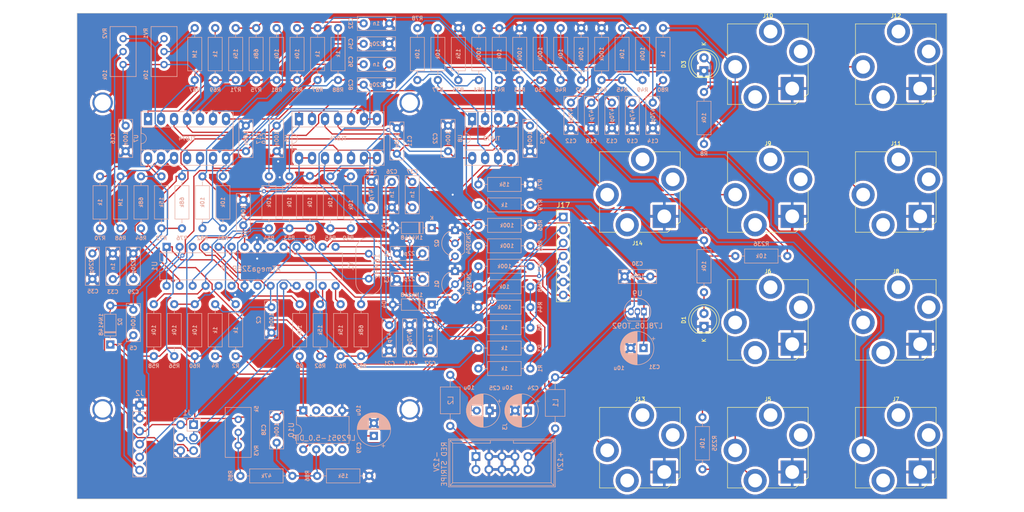
<source format=kicad_pcb>
(kicad_pcb (version 20221018) (generator pcbnew)
  (layers (0 "F.Cu" signal) (31 "B.Cu" signal) (34 "B.Paste" user) (35 "F.Paste" user) (36 "B.SilkS" user "B.Silkscreen") (37 "F.SilkS" user "F.Silkscreen") (38 "B.Mask" user) (39 "F.Mask" user) (44 "Edge.Cuts" user))
  (net 0 "")
  (net 1 "GND")
  (net 2 "+5VD")
  (net 3 "/RESET")
  (net 4 "Net-(U1-XTAL1{slash}PB6)")
  (net 5 "+5V_1")
  (net 6 "+12V_1")
  (net 7 "-12V_1")
  (net 8 "Net-(C12-Pad2)")
  (net 9 "Net-(C13-Pad2)")
  (net 10 "Net-(C14-Pad2)")
  (net 11 "Net-(C15-Pad2)")
  (net 12 "Net-(U1-XTAL2{slash}PB7)")
  (net 13 "Net-(J2-Pin_6)")
  (net 14 "Net-(U6A-+)")
  (net 15 "Net-(U6B-+)")
  (net 16 "Net-(U6C-+)")
  (net 17 "Net-(U6D-+)")
  (net 18 "Net-(C26-Pad2)")
  (net 19 "Net-(C27-Pad2)")
  (net 20 "Net-(U7A-+)")
  (net 21 "Net-(U7D-+)")
  (net 22 "Net-(C32-Pad2)")
  (net 23 "Net-(C33-Pad2)")
  (net 24 "Net-(U7B-+)")
  (net 25 "Net-(U7C-+)")
  (net 26 "Net-(C36-Pad1)")
  (net 27 "Net-(U7B--)")
  (net 28 "Net-(C37-Pad1)")
  (net 29 "Net-(U7C--)")
  (net 30 "Net-(U10-FEEDBACK)")
  (net 31 "Net-(D1-A)")
  (net 32 "Net-(D3-A)")
  (net 33 "/MISO")
  (net 34 "/SCK")
  (net 35 "/MOSI")
  (net 36 "/RX")
  (net 37 "/TX")
  (net 38 "/TRIGA")
  (net 39 "/GATEA")
  (net 40 "/INA")
  (net 41 "/OUTA")
  (net 42 "/CVA")
  (net 43 "/CVB")
  (net 44 "/OUTB")
  (net 45 "/INB")
  (net 46 "/GATEB")
  (net 47 "/TRIGB")
  (net 48 "Net-(D4-K)")
  (net 49 "/DINA")
  (net 50 "/DINB")
  (net 51 "Net-(D5-K)")
  (net 52 "/SCL")
  (net 53 "Net-(J3--12V-Pad1)")
  (net 54 "/SDI")
  (net 55 "Net-(J3-+12V-Pad10)")
  (net 56 "/SLI")
  (net 57 "Net-(J5-PadTN)")
  (net 58 "/SDO")
  (net 59 "Net-(J9-PadTN)")
  (net 60 "/SLO")
  (net 61 "Net-(U1-PB0)")
  (net 62 "Net-(U1-PD4)")
  (net 66 "Net-(U1-PD5)")
  (net 72 "Net-(U1-PD6)")
  (net 73 "/ADC0")
  (net 74 "Net-(U1-PD7)")
  (net 75 "/ADC2")
  (net 76 "Net-(U6A--)")
  (net 77 "/ADC3")
  (net 78 "Net-(U6B--)")
  (net 79 "/ADC1")
  (net 80 "/OC1A")
  (net 81 "/OC1B")
  (net 82 "Net-(R67-Pad1)")
  (net 83 "Net-(U6C--)")
  (net 84 "Net-(R68-Pad1)")
  (net 85 "Net-(U6D--)")
  (net 86 "Net-(R69-Pad2)")
  (net 87 "Net-(R70-Pad2)")
  (net 88 "Net-(U7A--)")
  (net 89 "Net-(U7D--)")
  (net 90 "Net-(R77-Pad2)")
  (net 91 "Net-(R78-Pad2)")
  (net 92 "Net-(R85-Pad2)")
  (net 93 "Net-(U8A--)")
  (net 94 "/DOUTA")
  (net 95 "/DOUTB")
  (net 96 "Net-(U8B--)")
  (footprint "ao_tht:Jack_6.35mm_PJ_629HAN" (layer "F.Cu") (at 225 112.5)
    (fp_text reference "J8")
    (fp_text value "OUTA")
  )
  (footprint "ao_tht:LED_D5.0mm" (layer "F.Cu") (at 187.5 113.775 90)
    (fp_text reference "D1")
    (fp_text value "LED_GATEA")
  )
  (footprint "ao_tht:Jack_6.35mm_PJ_629HAN" (layer "F.Cu") (at 175 137.5)
    (fp_text reference "J13")
    (fp_text value "CVA")
  )
  (footprint "ao_tht:Jack_6.35mm_PJ_629HAN" (layer "F.Cu") (at 200 87.5)
    (fp_text reference "J9")
    (fp_text value "TRIGB")
  )
  (footprint "Kosmo_panel:Kosmo_Panel_Mounting_Hole" (layer "F.Cu") (at 70 130)
    (fp_text reference "H4" hide)
    (fp_text value "Mounting_Hole" hide)
  )
  (footprint "ao_tht:Jack_6.35mm_PJ_629HAN" (layer "F.Cu") (at 200 112.5)
    (fp_text reference "J6")
    (fp_text value "GATEA")
  )
  (footprint "Kosmo_panel:Kosmo_Panel_Mounting_Hole" (layer "F.Cu") (at 130 130)
    (fp_text reference "H3" hide)
    (fp_text value "Mounting_Hole" hide)
  )
  (footprint "ao_tht:Jack_6.35mm_PJ_629HAN" (layer "F.Cu") (at 200 62.5)
    (fp_text reference "J10")
    (fp_text value "GATEB")
  )
  (footprint "ao_tht:LED_D5.0mm" (layer "F.Cu") (at 187.5 63.775 90)
    (fp_text reference "D3")
    (fp_text value "LED_GATEB")
  )
  (footprint "Connector_PinHeader_2.54mm:PinHeader_1x07_P2.54mm_Vertical" (layer "F.Cu") (at 160 92.375)
    (fp_text reference "J17")
    (fp_text value "Conn_01x07_Male")
  )
  (footprint "ao_tht:Jack_6.35mm_PJ_629HAN" (layer "F.Cu") (at 225 87.5)
    (fp_text reference "J11")
    (fp_text value "INB")
  )
  (footprint "ao_tht:Jack_6.35mm_PJ_629HAN" (layer "F.Cu") (at 200 137.5)
    (fp_text reference "J5")
    (fp_text value "TRIGA")
  )
  (footprint "Kosmo_panel:Kosmo_Panel_Mounting_Hole" (layer "F.Cu") (at 70 70)
    (fp_text reference "H2" hide)
    (fp_text value "Mounting_Hole" hide)
  )
  (footprint "Kosmo_panel:Kosmo_Panel_Mounting_Hole" (layer "F.Cu") (at 130 70)
    (fp_text reference "H1" hide)
    (fp_text value "Mounting_Hole" hide)
  )
  (footprint "ao_tht:Jack_6.35mm_PJ_629HAN" (layer "F.Cu") (at 175 87.5)
    (fp_text reference "J14")
    (fp_text value "CVB")
  )
  (footprint "ao_tht:Jack_6.35mm_PJ_629HAN" (layer "F.Cu") (at 225 137.5)
    (fp_text reference "J7")
    (fp_text value "INA")
  )
  (footprint "ao_tht:Jack_6.35mm_PJ_629HAN" (layer "F.Cu") (at 225 62.5)
    (fp_text reference "J12")
    (fp_text value "OUTB")
  )
  (footprint "ao_tht:R_Axial_DIN0207_L6.3mm_D2.5mm_P10.16mm_Horizontal" (layer "B.Cu") (at 69.5 94.58 90)
    (fp_text reference "R70")
    (fp_text value "1k" hide)
  )
  (footprint "ao_tht:C_Rect_L7.2mm_W2.5mm_P5.00mm_FKS2_FKP2_MKS2_MKP2" (layer "B.Cu") (at 72 99.5 -90)
    (fp_text reference "C33")
    (fp_text value "1n")
  )
  (footprint "ao_tht:R_Axial_DIN0207_L6.3mm_D2.5mm_P10.16mm_Horizontal" (layer "B.Cu") (at 100 55.42 -90)
    (fp_text reference "R75")
    (fp_text value "68k" hide)
  )
  (footprint "ao_tht:R_Axial_DIN0207_L6.3mm_D2.5mm_P10.16mm_Horizontal" (layer "B.Cu") (at 96 109.42 -90)
    (fp_text reference "R2")
    (fp_text value "1k" hide)
  )
  (footprint "ao_tht:D_DO-35_SOD27_P7.62mm_Horizontal" (layer "B.Cu") (at 134.31 94.5 180)
    (fp_text reference "D5")
    (fp_text value "1N4148")
  )
  (footprint "Package_DIP:DIP-28_W7.62mm" (layer "B.Cu") (at 82.5 98.2 -90)
    (fp_text reference "U1")
    (fp_text value "ATmega328P-P")
  )
  (footprint "Crystal:Crystal_HC49-U_Vertical" (layer "B.Cu") (at 122 99.55 -90)
    (fp_text reference "Y1")
    (fp_text value "16MHz")
  )
  (footprint "ao_tht:R_Axial_DIN0207_L6.3mm_D2.5mm_P10.16mm_Horizontal" (layer "B.Cu") (at 143.42 90)
    (fp_text reference "R79")
    (fp_text value "1k" hide)
  )
  (footprint "ao_tht:DIP-14_W7.62mm_Socket_LongPads" (layer "B.Cu") (at 108.375 73.2 -90)
    (fp_text reference "U6")
    (fp_text value "TL074")
  )
  (footprint "ao_tht:CP_Radial_D6.3mm_P2.50mm" (layer "B.Cu") (at 123 135.1824 90)
    (fp_text reference "C39")
    (fp_text value "10u")
  )
  (footprint "Inductor_THT:L_Axial_L5.0mm_D3.6mm_P10.00mm_Horizontal_Murata_BL01RN1A2A2" (layer "B.Cu") (at 158.42 123.73 -90)
    (fp_text reference "L1")
    (fp_text value "10R")
  )
  (footprint "ao_tht:R_Axial_DIN0207_L6.3mm_D2.5mm_P10.16mm_Horizontal" (layer "B.Cu") (at 112.5 109.42 -90)
    (fp_text reference "R62")
    (fp_text value "15k" hide)
  )
  (footprint "ao_tht:C_Rect_L7.2mm_W2.5mm_P5.00mm_FKS2_FKP2_MKS2_MKP2" (layer "B.Cu") (at 122.5 85.5 -90)
    (fp_text reference "C20")
    (fp_text value "47p")
  )
  (footprint "ao_tht:R_Axial_DIN0207_L6.3mm_D2.5mm_P10.16mm_Horizontal" (layer "B.Cu") (at 120.5 119.58 90)
    (fp_text reference "R63")
    (fp_text value "68k" hide)
  )
  (footprint "ao_tht:C_Rect_L7.2mm_W2.5mm_P5.00mm_FKS2_FKP2_MKS2_MKP2" (layer "B.Cu") (at 126 118.5 90)
    (fp_text reference "C21")
    (fp_text value "47p")
  )
  (footprint "ao_tht:R_Axial_DIN0207_L6.3mm_D2.5mm_P10.16mm_Horizontal" (layer "B.Cu") (at 106.5 84.42 -90)
    (fp_text reference "R53")
    (fp_text value "10k" hide)
  )
  (footprint "ao_tht:DIP-14_W7.62mm_Socket_LongPads" (layer "B.Cu") (at 78.875 73.2 -90)
    (fp_text reference "U7")
    (fp_text value "TL074")
  )
  (footprint "ao_tht:R_Axial_DIN0207_L6.3mm_D2.5mm_P10.16mm_Horizontal" (layer "B.Cu") (at 114.5 84.42 -90)
    (fp_text reference "R55")
    (fp_text value "10k" hide)
  )
  (footprint "ao_tht:R_Axial_DIN0207_L6.3mm_D2.5mm_P10.16mm_Horizontal" (layer "B.Cu") (at 107.08 143 180)
    (fp_text reference "R85")
    (fp_text value "47k" hide)
  )
  (footprint "ao_tht:C_Rect_L7.2mm_W2.5mm_P5.00mm_FKS2_FKP2_MKS2_MKP2" (layer "B.Cu") (at 104 131.5 -90)
    (fp_text reference "C38")
    (fp_text value "100n")
  )
  (footprint "ao_tht:R_Axial_DIN0207_L6.3mm_D2.5mm_P10.16mm_Horizontal" (layer "B.Cu") (at 73.5 94.58 90)
    (fp_text reference "R68")
    (fp_text value "1M" hide)
  )
  (footprint "ao_tht:R_Axial_DIN0207_L6.3mm_D2.5mm_P10.16mm_Horizontal" (layer "B.Cu") (at 187.5 107.08 90)
    (fp_text reference "R7")
    (fp_text value "10k" hide)
  )
  (footprint "ao_tht:R_Axial_DIN0207_L6.3mm_D2.5mm_P10.16mm_Horizontal" (layer "B.Cu") (at 89.5 84.42 -90)
    (fp_text reference "R82")
    (fp_text value "10k" hide)
  )
  (footprint "ao_tht:Potentiometer_Bourns_3296W_Vertical_standard" (layer "B.Cu") (at 82 62.55 -90)
    (fp_text reference "RV1")
    (fp_text value "10k")
  )
  (footprint "ao_tht:CP_Radial_D6.3mm_P2.50mm" (layer "B.Cu") (at 153.1024 130.23 180)
    (fp_text reference "C24")
    (fp_text value "10u")
  )
  (footprint "ao_tht:Potentiometer_Bourns_3296W_Vertical_standard" (layer "B.Cu") (at 74 62.55 -90)
    (fp_text reference "RV2")
    (fp_text value "10k")
  )
  (footprint "ao_tht:C_Rect_L7.2mm_W2.5mm_P5.00mm_FKS2_FKP2_MKS2_MKP2" (layer "B.Cu") (at 126.5 90.5 90)
    (fp_text reference "C26")
    (fp_text value "1n")
  )
  (footprint "ao_tht:R_Axial_DIN0207_L6.3mm_D2.5mm_P10.16mm_Horizontal" (layer "B.Cu") (at 163.5 55.42 -90)
    (fp_text reference "R42")
    (fp_text value "100k" hide)
  )
  (footprint "AO_tht:R_Axial_DIN0207_L6.3mm_D2.5mm_P10.16mm_Horizontal" (layer "B.Cu") (at 187.2 141.7 90)
    (fp_text reference "R235")
    (fp_text value "10k")
  )
  (footprint "ao_tht:C_Rect_L7.2mm_W2.5mm_P5.00mm_FKS2_FKP2_MKS2_MKP2" (layer "B.Cu") (at 165.5 75 90)
    (fp_text reference "C18")
    (fp_text value "47p")
  )
  (footprint "ao_tht:R_Axial_DIN0207_L6.3mm_D2.5mm_P10.16mm_Horizontal" (layer "B.Cu") (at 116 55.42 -90)
    (fp_text reference "R88")
    (fp_text value "1k" hide)
  )
  (footprint "ao_tht:C_Rect_L7.2mm_W2.5mm_P5.00mm_FKS2_FKP2_MKS2_MKP2" (layer "B.Cu") (at 177 104 180)
    (fp_text reference "C30")
    (fp_text value "100n")
  )
  (footprint "ao_tht:C_Rect_L7.2mm_W2.5mm_P5.00mm_FKS2_FKP2_MKS2_MKP2" (layer "B.Cu") (at 126 58.5 180)
    (fp_text reference "C34")
    (fp_text value "220p")
  )
  (footprint "Inductor_THT:L_Axial_L5.0mm_D3.6mm_P10.00mm_Horizontal_Murata_BL01RN1A2A2" (layer "B.Cu") (at 137.92 123.23 -90)
    (fp_text reference "L2")
    (fp_text value "10R")
  )
  (footprint "ao_tht:C_Rect_L7.2mm_W2.5mm_P5.00mm_FKS2_FKP2_MKS2_MKP2" (layer "B.Cu") (at 173.5 75 90)
    (fp_text reference "C19")
    (fp_text value "47p")
  )
  (footprint "ao_tht:R_Axial_DIN0207_L6.3mm_D2.5mm_P10.16mm_Horizontal" (layer "B.Cu") (at 92 55.42 -90)
    (fp_text reference "R69")
    (fp_text value "1k" hide)
  )
  (footprint "Package_TO_SOT_THT:TO-92_Inline" (layer "B.Cu") (at 175.77 110.86 180)
    (fp_text reference "U9")
    (fp_text value "L78L05_TO92")
  )
  (footprint "AO_tht:Power_Header" (layer "B.Cu") (at 142.94 139.2 -90)
    (fp_text reference "J3")
    (fp_text value "Synth_power_2x5_passive")
  )
  (footprint "ao_tht:R_Axial_DIN0207_L6.3mm_D2.5mm_P10.16mm_Horizontal" (layer "B.Cu") (at 108 65.58 90)
    (fp_text reference "R83")
    (fp_text value "10k" hide)
  )
  (footprint "ao_tht:R_Axial_DIN0207_L6.3mm_D2.5mm_P10.16mm_Horizontal" (layer "B.Cu") (at 77.5 94.58 90)
    (fp_text reference "R64")
    (fp_text value "68k" hide)
  )
  (footprint "ao_tht:R_Axial_DIN0207_L6.3mm_D2.5mm_P10.16mm_Horizontal" (layer "B.Cu") (at 112 65.58 90)
    (fp_text reference "R87")
    (fp_text value "1k" hide)
  )
  (footprint "ao_tht:C_Rect_L7.2mm_W2.5mm_P5.00mm_FKS2_FKP2_MKS2_MKP2" (layer "B.Cu") (at 177.5 75 90)
    (fp_text reference "C14")
    (fp_text value "470p")
  )
  (footprint "ao_tht:R_Axial_DIN0207_L6.3mm_D2.5mm_P10.16mm_Horizontal" (layer "B.Cu") (at 104 55.42 -90)
    (fp_text reference "R81")
    (fp_text value "10k" hide)
  )
  (footprint "ao_tht:R_Axial_DIN0207_L6.3mm_D2.5mm_P10.16mm_Horizontal" (layer "B.Cu") (at 143.42 122)
    (fp_text reference "R1")
    (fp_text value "1k" hide)
  )
  (footprint "ao_tht:R_Axial_DIN0207_L6.3mm_D2.5mm_P10.16mm_Horizontal" (layer "B.Cu") (at 143.42 110)
    (fp_text reference "R44")
    (fp_text value "100k" hide)
  )
  (footprint "Connector_PinHeader_2.54mm:PinHeader_2x03_P2.54mm_Vertical" (layer "B.Cu") (at 87.775 132.975 180)
    (fp_text reference "J1")
    (fp_text value "Conn_02x03_Odd_Even")
  )
  (footprint "ao_tht:R_Axial_DIN0207_L6.3mm_D2.5mm_P10.16mm_Horizontal" (layer "B.Cu") (at 153.58 94 180)
    (fp_text reference "R66")
    (fp_text value "100k" hide)
  )
  (footprint "Package_DIP:DIP-8_W7.62mm" (layer "B.Cu") (at 109.2 130.2 -90)
    (fp_text reference "U10")
    (fp_text value "LP2951-5.0_DIP")
  )
  (footprint "ao_tht:R_Axial_DIN0207_L6.3mm_D2.5mm_P10.16mm_Horizontal" (layer "B.Cu") (at 88 55.42 -90)
    (fp_text reference "R67")
    (fp_text value "1M" hide)
  )
  (footprint "ao_tht:R_Axial_DIN0207_L6.3mm_D2.5mm_P10.16mm_Horizontal" (layer "B.Cu") (at 108.5 109.42 -90)
    (fp_text reference "R6")
    (fp_text value "10k" hide)
  )
  (footprint "ao_tht:C_Rect_L7.2mm_W2.5mm_P5.00mm_FKS2_FKP2_MKS2_MKP2" (layer "B.Cu") (at 68 104.5 90)
    (fp_text reference "C35")
    (fp_text value "220p")
  )
  (footprint "ao_tht:R_Axial_DIN0207_L6.3mm_D2.5mm_P10.16mm_Horizontal" (layer "B.Cu") (at 179.5 65.58 90)
    (fp_text reference "R80")
    (fp_text value "1k" hide)
  )
  (footprint "ao_tht:R_Axial_DIN0207_L6.3mm_D2.5mm_P10.16mm_Horizontal" (layer "B.Cu") (at 155.5 55.42 -90)
    (fp_text reference "R50")
    (fp_text value "100k" hide)
  )
  (footprint "Connector_PinHeader_2.54mm:PinHeader_1x06_P2.54mm_Vertical" (layer "B.Cu") (at 77.235 129.165 180)
    (fp_text reference "J2")
    (fp_text value "Conn_01x06")
  )
  (footprint "ao_tht:R_Axial_DIN0207_L6.3mm_D2.5mm_P10.16mm_Horizontal" (layer "B.Cu") (at 84 119.58 90)
    (fp_text reference "R56")
    (fp_text value "10k" hide)
  )
  (footprint "ao_tht:R_Axial_DIN0207_L6.3mm_D2.5mm_P10.16mm_Horizontal" (layer "B.Cu") (at 153.58 102 180)
    (fp_text reference "R52")
    (fp_text value "100k" hide)
  )
  (footprint "ao_tht:R_Axial_DIN0207_L6.3mm_D2.5mm_P10.16mm_Horizontal" (layer "B.Cu") (at 167.5 55.42 -90)
    (fp_text reference "R41")
    (fp_text value "100k" hide)
  )
  (footprint "ao_tht:R_Axial_DIN0207_L6.3mm_D2.5mm_P10.16mm_Horizontal" (layer "B.Cu") (at 143.5 55.42 -90)
    (fp_text reference "R51")
    (fp_text value "100k" hide)
  )
  (footprint "ao_tht:R_Axial_DIN0207_L6.3mm_D2.5mm_P10.16mm_Horizontal" (layer "B.Cu") (at 171.5 65.58 90)
    (fp_text reference "R45")
    (fp_text value "10k" hide)
  )
  (footprint "ao_tht:C_Rect_L7.2mm_W2.5mm_P5.00mm_FKS2_FKP2_MKS2_MKP2" (layer "B.Cu") (at 97.5 89 -90)
    (fp_text reference "C1")
    (fp_text value "100n")
  )
  (footprint "ao_tht:C_Rect_L7.2mm_W2.5mm_P5.00mm_FKS2_FKP2_MKS2_MKP2" (layer "B.Cu") (at 130.5 90.5 90)
    (fp_text reference "C37")
    (fp_text value "1n")
  )
  (footprint "ao_tht:C_Rect_L7.2mm_W2.5mm_P5.00mm_FKS2_FKP2_MKS2_MKP2" (layer "B.Cu") (at 126 54.5 180)
    (fp_text reference "C32")
    (fp_text value "1n")
  )
  (footprint "ao_tht:R_Axial_DIN0207_L6.3mm_D2.5mm_P10.16mm_Horizontal" (layer "B.Cu") (at 159.5 55.42 -90)
    (fp_text reference "R46")
    (fp_text value "10k" hide)
  )
  (footprint "ao_tht:R_Axial_DIN0207_L6.3mm_D2.5mm_P10.16mm_Horizontal" (layer "B.Cu") (at 80 109.42 -90)
    (fp_text reference "R58")
    (fp_text value "10k" hide)
  )
  (footprint "ao_tht:CP_Radial_D6.3mm_P2.50mm" (layer "B.Cu") (at 175.6824 118 180)
    (fp_text reference "C31")
    (fp_text value "10u")
  )
  (footprint "ao_tht:R_Axial_DIN0207_L6.3mm_D2.5mm_P10.16mm_Horizontal" (layer "B.Cu") (at 147.5 65.58 90)
    (fp_text reference "R47")
    (fp_text value "10k" hide)
  )
  (footprint "ao_tht:R_Axial_DIN0207_L6.3mm_D2.5mm_P10.16mm_Horizontal" (layer "B.Cu") (at 81.5 84.42 -90)
    (fp_text reference "R72")
    (fp_text value "15k" hide)
  )
  (footprint "ao_tht:DIP-8_W7.62mm_Socket_LongPads" (layer "B.Cu") (at 142.2 73.2 -90)
    (fp_text reference "U8")
    (fp_text value "TL072")
  )
  (footprint "ao_tht:R_Axial_DIN0207_L6.3mm_D2.5mm_P10.16mm_Horizontal" (layer "B.Cu") (at 110.5 94.5 90)
    (fp_text reference "R57")
    (fp_text value "10k" hide)
  )
  (footprint "ao_tht:R_Axial_DIN0207_L6.3mm_D2.5mm_P10.16mm_Horizontal" (layer "B.Cu") (at 118.5 94.58 90)
    (fp_text reference "R59")
    (fp_text value "10k" hide)
  )
  (footprint "ao_tht:C_Rect_L7.2mm_W2.5mm_P5.00mm_FKS2_FKP2_MKS2_MKP2" (layer "B.Cu") (at 132.5 104.5 180)
    (fp_text reference "C3")
    (fp_text value "22p")
  )
  (footprint "ao_tht:R_Axial_DIN0207_L6.3mm_D2.5mm_P10.16mm_Horizontal" (layer "B.Cu") (at 96 65.58 90)
    (fp_text reference "R71")
    (fp_text value "15k" hide)
  )
  (footprint "ao_tht:C_Rect_L7.2mm_W2.5mm_P5.00mm_FKS2_FKP2_MKS2_MKP2" (layer "B.Cu") (at 126 62.5 180)
    (fp_text reference "C36")
    (fp_text value "1n")
  )
  (footprint "ao_tht:Potentiometer_Bourns_3296W_Vertical_standard" (layer "B.Cu") (at 96.5 131.95 90)
    (fp_text reference "RV3")
    (fp_text value "5k")
  )
  (footprint "ao_tht:C_Rect_L7.2mm_W2.5mm_P5.00mm_FKS2_FKP2_MKS2_MKP2" (layer "B.Cu") (at 76 110.5 -90)
    (fp_text reference "C5")
    (fp_text value "100n")
  )
  (footprint "ao_tht:C_Rect_L7.2mm_W2.5mm_P5.00mm_FKS2_FKP2_MKS2_MKP2" (layer "B.Cu") (at 153.5 74.5 -90)
    (fp_text reference "C23")
    (fp_text value "100n")
  )
  (footprint "ao_tht:R_Axial_DIN0207_L6.3mm_D2.5mm_P10.16mm_Horizontal" (layer "B.Cu") (at 92 109.42 -90)
    (fp_text reference "R4")
    (fp_text value "1k" hide)
  )
  (footprint "ao_tht:R_Axial_DIN0207_L6.3mm_D2.5mm_P10.16mm_Horizontal" (layer "B.Cu") (at 85.5 94.58 90)
    (fp_text reference "R76")
    (fp_text value "68k" hide)
  )
  (footprint "ao_tht:R_Axial_DIN0207_L6.3mm_D2.5mm_P10.16mm_Horizontal" (layer "B.Cu") (at 122.08 143 180)
    (fp_text reference "R86")
    (fp_text value "15k" hide)
  )
  (footprint "ao_tht:C_Rect_L7.2mm_W2.5mm_P5.00mm_FKS2_FKP2_MKS2_MKP2" (layer "B.Cu") (at 137.5 79.5 90)
    (fp_text reference "C22")
    (fp_text value "100n")
  )
  (footprint "ao_tht:TO-92_Inline_Wide" (layer "B.Cu") (at 138.86 94.96 -90)
    (fp_text reference "Q2")
    (fp_text value "2N3904")
  )
  (footprint "ao_tht:R_Axial_DIN0207_L6.3mm_D2.5mm_P10.16mm_Horizontal" (layer "B.Cu") (at 153.58 86 180)
    (fp_text reference "R74")
    (fp_text value "15k" hide)
  )
  (footprint "ao_tht:C_Rect_L7.2mm_W2.5mm_P5.00mm_FKS2_FKP2_MKS2_MKP2" (layer "B.Cu") (at 134 113.5 -90)
    (fp_text reference "C27")
    (fp_text value "1n")
  )
  (footprint "ao_tht:C_Rect_L7.2mm_W2.5mm_P5.00mm_FKS2_FKP2_MKS2_MKP2" (layer "B.Cu") (at 103 110 -90)
    (fp_text reference "C2")
    (fp_text value "100n")
  )
  (footprint "ao_tht:R_Axial_DIN0207_L6.3mm_D2.5mm_P10.16mm_Horizontal" (layer "B.Cu") (at 151.5 55.42 -90)
    (fp_text reference "R43")
    (fp_text value "100k" hide)
  )
  (footprint "ao_tht:R_Axial_DIN0207_L6.3mm_D2.5mm_P10.16mm_Horizontal" (layer "B.Cu") (at 153.58 106 180)
    (fp_text reference "R48")
    (fp_text value "10k" hide)
  )
  (footprint "ao_tht:R_Axial_DIN0207_L6.3mm_D2.5mm_P10.16mm_Horizontal" (layer "B.Cu") (at 153.58 98 180)
    (fp_text reference "R65")
    (fp_text value "100k" hide)
  )
  (footprint "ao_tht:C_Rect_L7.2mm_W2.5mm_P5.00mm_FKS2_FKP2_MKS2_MKP2" (layer "B.Cu") (at 132.5 99.5 180)
    (fp_text reference "C4")
    (fp_text value "22p")
  )
  (footprint "ao_tht:R_Axial_DIN0207_L6.3mm_D2.5mm_P10.16mm_Horizontal" (layer "B.Cu") (at 139.5 55.42 -90)
    (fp_text reference "R73")
    (fp_text value "15k" hide)
  )
  (footprint "ao_tht:R_Axial_DIN0207_L6.3mm_D2.5mm_P10.16mm_Horizontal" (layer "B.Cu") (at 131.5 55.42 -90)
    (fp_text reference "R78")
    (fp_text value "10k" hide)
  )
  (footprint "ao_tht:C_Rect_L7.2mm_W2.5mm_P5.00mm_FKS2_FKP2_MKS2_MKP2" (layer "B.Cu") (at 127.5 80 90)
    (fp_text reference "C11")
    (fp_text value "100n")
  )
  (footprint "ao_tht:C_Rect_L7.2mm_W2.5mm_P5.00mm_FKS2_FKP2_MKS2_MKP2" (layer "B.Cu") (at 126 66.5 180)
    (fp_text reference "C28")
    (fp_text value "220p")
  )
  (footprint "ao_tht:R_Axial_DIN0207_L6.3mm_D2.5mm_P10.16mm_Horizontal" (layer "B.Cu") (at 175.5 55.42 -90)
    (fp_text reference "R49")
    (fp_text value "100k" hide)
  )
  (footprint "ao_tht:R_Axial_DIN0207_L6.3mm_D2.5mm_P10.16mm_Horizontal" (layer "B.Cu") (at 93.5 94.58 90)
    (fp_text reference "R84")
    (fp_text value "10k" hide)
  )
  (footprint "ao_tht:R_Axial_DIN0207_L6.3mm_D2.5mm_P10.16mm_Horizontal" (layer "B.Cu") (at 102.5 84.42 -90)
    (fp_text reference "R54")
    (fp_text value "10k" hide)
  )
  (footprint "ao_tht:C_Rect_L7.2mm_W2.5mm_P5.00mm_FKS2_FKP2_MKS2_MKP2" (layer "B.Cu") (at 98 79.5 90)
    (fp_text reference "C17")
    (fp_text value "100n")
  )
  (footprint "ao_tht:R_Axial_DIN0207_L6.3mm_D2.5mm_P10.16mm_Horizontal" (layer "B.Cu") (at 143.42 118)
    (fp_text reference "R3")
    (fp_text value "1k" hide)
  )
  (footprint "ao_tht:CP_Radial_D6.3mm_P2.50mm" (layer "B.Cu") (at 145.6024 130.23 180)
    (fp_text reference "C25")
    (fp_text value "10u")
  )
  (footprint "ao_tht:R_Axial_DIN0207_L6.3mm_D2.5mm_P10.16mm_Horizontal" (layer "B.Cu") (at 135.5 55.42 -90)
    (fp_text reference "R77")
    (fp_text value "10k" hide)
  )
  (footprint "ao_tht:C_Rect_L7.2mm_W2.5mm_P5.00mm_FKS2_FKP2_MKS2_MKP2" (layer "B.Cu") (at 130 113.5 -90)
    (fp_text reference "C15")
    (fp_text value "470p")
  )
  (footprint "ao_tht:R_Axial_DIN0207_L6.3mm_D2.5mm_P10.16mm_Horizontal" (layer "B.Cu") (at 143.42 114)
    (fp_text reference "R5")
    (fp_text value "1k" hide)
  )
  (footprint "ao_tht:C_Rect_L7.2mm_W2.5mm_P5.00mm_FKS2_FKP2_MKS2_MKP2" (layer "B.Cu") (at 169.5 75 90)
    (fp_text reference "C13")
    (fp_text value "470p")
  )
  (footprint "ao_tht:D_DO-35_SOD27_P7.62mm_Horizontal" (layer "B.Cu") (at 71.5 117.31 90)
    (fp_text reference "D2")
    (fp_text value "1N4148")
  )
  (footprint "ao_tht:C_Rect_L7.2mm_W2.5mm_P5.00mm_FKS2_FKP2_MKS2_MKP2" (layer "B.Cu") (at 104 74.5 -90)
    (fp_text reference "C10")
    (fp_text value "100n")
  )
  (footprint "ao_tht:TO-92_Inline_Wide" (layer "B.Cu") (at 138.86 102.96 -90)
    (fp_text reference "Q1")
    (fp_text value "2N3904")
  )
  (footprint "ao_tht:C_Rect_L7.2mm_W2.5mm_P5.00mm_FKS2_FKP2_MKS2_MKP2" (layer "B.Cu") (at 161.5 75 90)
    (fp_text reference "C12")
    (fp_text value "470p")
  )
  (footprint "AO_tht:R_Axial_DIN0207_L6.3mm_D2.5mm_P10.16mm_Horizontal" (layer "B.Cu") (at 203.78 100 180)
    (fp_text reference "R236")
    (fp_text value "10k")
  )
  (footprint "ao_tht:D_DO-35_SOD27_P7.62mm_Horizontal" (layer "B.Cu") (at 134.31 109.5 180)
    (fp_text reference "D4")
    (fp_text value "1N4148")
  )
  (footprint "ao_tht:C_Rect_L7.2mm_W2.5mm_P5.00mm_FKS2_FKP2_MKS2_MKP2" (layer "B.Cu") (at 76 99.5 -90)
    (fp_text reference "C29")
    (fp_text value "220p")
  )
  (footprint "ao_tht:R_Axial_DIN0207_L6.3mm_D2.5mm_P10.16mm_Horizontal" (layer "B.Cu") (at 116.5 109.42 -90)
    (fp_text reference "R61")
    (fp_text value "15k" hide)
  )
  (footprint "ao_tht:C_Rect_L7.2mm_W2.5mm_P5.00mm_FKS2_FKP2_MKS2_MKP2" (layer "B.Cu") (at 74.5 74.5 -90)
    (fp_text reference "C16")
    (fp_text value "100n")
  )
  (footprint "ao_tht:R_Axial_DIN0207_L6.3mm_D2.5mm_P10.16mm_Horizontal" (layer "B.Cu") (at 187.5 67.92 -90)
    (fp_text reference "R8")
    (fp_text value "10k" hide)
  )
  (footprint "ao_tht:R_Axial_DIN0207_L6.3mm_D2.5mm_P10.16mm_Horizontal" (layer "B.Cu") (at 88 109.42 -90)
    (fp_text reference "R60")
    (fp_text value "10k" hide)
  )
  (gr_rect (start 65 52.5) (end 235 147.5) (stroke (width 0.1)) (fill none) (layer "Edge.Cuts"))
  (via (at 95.9 107.6) (size 0.8) (drill 0.4) (layers "F.Cu" "B.Cu") (net 1))
  (via (at 104.6 84.6) (size 0.8) (drill 0.4) (layers "F.Cu" "B.Cu") (net 1))
  (via (at 100.1 96.4) (size 0.8) (drill 0.4) (layers "F.Cu" "B.Cu") (net 1))
  (via (at 100.2 100.5) (size 0.8) (drill 0.4) (layers "F.Cu" "B.Cu") (net 1))
  (via (at 138.4 88) (size 0.8) (drill 0.4) (layers "F.Cu" "B.Cu") (net 1))
  (via (at 104.3 81.5) (size 0.8) (drill 0.4) (layers "F.Cu" "B.Cu") (net 1))
  (via (at 140.5 106.3) (size 0.8) (drill 0.4) (layers "F.Cu" "B.Cu") (net 1))
  (segment (start 88 131.7741) (end 96.3241 131.7741) (width 0.25) (layer "F.Cu") (net 2))
  (segment (start 118.5 84.42) (end 117.3747 84.42) (width 0.25) (layer "F.Cu") (net 2))
  (segment (start 77.235 134.245) (end 78.4103 134.245) (width 0.25) (layer "F.Cu") (net 2))
  (segment (start 74.8953 119.58) (end 72.6253 117.31) (width 0.25) (layer "F.Cu") (net 2))
  (segment (start 86.8747 119.58) (end 88 119.58) (width 0.25) (layer "F.Cu") (net 2))
  (segment (start 86.4103 132.975) (end 86.4103 132.167) (width 0.25) (layer "F.Cu") (net 2))
  (segment (start 82.7053 118) (end 85.2947 118) (width 0.25) (layer "F.Cu") (net 2))
  (segment (start 85.2947 118) (end 86.8747 119.58) (width 0.25) (layer "F.Cu") (net 2))
  (segment (start 100.8508 104.6947) (end 96.8023 104.6947) (width 0.25) (layer "F.Cu") (net 2))
  (segment (start 112.6706 83.2947) (end 116.2494 83.2947) (width 0.25) (layer "F.Cu") (net 2))
  (segment (start 101.9761 105.82) (end 100.8508 104.6947) (width 0.25) (layer "F.Cu") (net 2))
  (segment (start 86.4103 132.167) (end 86.8032 131.7741) (width 0.25) (layer "F.Cu") (net 2))
  (segment (start 109.2 130.5) (end 113.8824 135.1824) (width 0.25) (layer "F.Cu") (net 2))
  (segment (start 90.1845 99.8609) (end 88.9407 98.6171) (width 0.25) (layer "F.Cu") (net 2))
  (segment (start 104 131.5) (end 96.95 131.5) (width 0.25) (layer "F.Cu") (net 2))
  (segment (start 96.95 131.5) (end 96.5 131.95) (width 0.25) (layer "F.Cu") (net 2))
  (segment (start 80 119.58) (end 74.8953 119.58) (width 0.25) (layer "F.Cu") (net 2))
  (segment (start 79.6803 132.975) (end 78.4103 134.245) (width 0.25) (layer "F.Cu") (net 2))
  (segment (start 113.8824 135.1824) (end 123 135.1824) (width 0.25) (layer "F.Cu") (net 2))
  (segment (start 88 131.7741) (end 88 119.58) (width 0.25) (layer "F.Cu") (net 2))
  (segment (start 88.9407 97.7097) (end 90.2504 96.4) (width 0.25) (layer "F.Cu") (net 2))
  (segment (start 96.3241 131.7741) (end 96.5 131.95) (width 0.25) (layer "F.Cu") (net 2))
  (segment (start 96.7 96.4) (end 96.9202 96.1798) (width 0.25) (layer "F.Cu") (net 2))
  (segment (start 109.2 130.2) (end 105.3 130.2) (width 0.25) (layer "F.Cu") (net 2))
  (segment (start 85.235 132.975) (end 79.6803 132.975) (width 0.25) (layer "F.Cu") (net 2))
  (segment (start 116.2494 83.2947) (end 117.3747 84.42) (width 0.25) (layer "F.Cu") (net 2))
  (segment (start 90.2504 96.4) (end 96.7 96.4) (width 0.25) (layer "F.Cu") (net 2))
  (segment (start 97.5 96.1798) (end 97.74 96.4198) (width 0.25) (layer "F.Cu") (net 2))
  (segment (start 96.8023 104.6947) (end 91.9685 99.8609) (width 0.25) (layer "F.Cu") (net 2))
  (segment (start 97.74 96.4198) (end 97.74 98.2) (width 0.25) (layer "F.Cu") (net 2))
  (segment (start 71.5 117.31) (end 72.6253 117.31) (width 0.25) (layer "F.Cu") (net 2))
  (segment (start 80 119.58) (end 81.1253 119.58) (width 0.25) (layer "F.Cu") (net 2))
  (segment (start 85.235 132.975) (end 86.4103 132.975) (width 0.25) (layer "F.Cu") (net 2))
  (segment (start 91.9685 99.8609) (end 90.1845 99.8609) (width 0.25) (layer "F.Cu") (net 2))
  (segment (start 97.5 94) (end 97.5 96.1798) (width 0.25) (layer "F.Cu") (net 2))
  (segment (start 81.1253 119.58) (end 82.7053 118) (width 0.25) (layer "F.Cu") (net 2))
  (segment (start 105.3 130.2) (end 104 131.5) (width 0.25) (layer "F.Cu") (net 2))
  (segment (start 111.6253 84.34) (end 112.6706 83.2947) (width 0.25) (layer "F.Cu") (net 2))
  (segment (start 86.8032 131.7741) (end 88 131.7741) (width 0.25) (layer "F.Cu") (net 2))
  (segment (start 102.82 105.82) (end 101.9761 105.82) (width 0.25) (layer "F.Cu") (net 2))
  (segment (start 109.2 130.2) (end 109.2 130.5) (width 0.25) (layer "F.Cu") (net 2))
  (segment (start 110.5 84.34) (end 111.6253 84.34) (width 0.25) (layer "F.Cu") (net 2))
  (segment (start 88.9407 98.6171) (end 88.9407 97.7097) (width 0.25) (layer "F.Cu") (net 2))
  (segment (start 96.9202 96.1798) (end 97.5 96.1798) (width 0.25) (layer "F.Cu") (net 2))
  (segment (start 108.5 119.58) (end 108.5 120.7053) (width 0.25) (layer "B.Cu") (net 2))
  (segment (start 102.82 110) (end 102.82 105.82) (width 0.25) (layer "B.Cu") (net 2))
  (segment (start 109.2 130.2) (end 109.2 121.4053) (width 0.25) (layer "B.Cu") (net 2))
  (segment (start 98.7053 110) (end 102.82 110) (width 0.25) (layer "B.Cu") (net 2))
  (segment (start 109.2 121.4053) (end 108.5 120.7053) (width 0.25) (layer "B.Cu") (net 2))
  (segment (start 88 119.58) (end 89.1253 119.58) (width 0.25) (layer "B.Cu") (net 2))
  (segment (start 89.1253 119.58) (end 98.7053 110) (width 0.25) (layer "B.Cu") (net 2))
  (segment (start 97.5 93.7) (end 103.7553 87.4447) (width 0.25) (layer "B.Cu") (net 2))
  (segment (start 108.825 84.34) (end 110.5 84.34) (width 0.25) (layer "B.Cu") (net 2))
  (segment (start 97.5 94) (end 97.5 93.7) (width 0.25) (layer "B.Cu") (net 2))
  (segment (start 102.82 110) (end 103 110) (width 0.25) (layer "B.Cu") (net 2))
  (segment (start 103.7553 87.4447) (end 105.762996 87.4447) (width 0.25) (layer "B.Cu") (net 2))
  (segment (start 105.762996 87.4447) (end 108.825 84.382696) (width 0.25) (layer "B.Cu") (net 2))
  (segment (start 108.825 84.382696) (end 108.825 84.34) (width 0.25) (layer "B.Cu") (net 2))
  (segment (start 80.1053 135.515) (end 81.47 136.8797) (width 0.25) (layer "F.Cu") (net 3))
  (segment (start 81.47 136.8797) (end 85.7918 136.8797) (width 0.25) (layer "F.Cu") (net 3))
  (segment (start 70.3746 126.3571) (end 74.8306 130.8131) (width 0.25) (layer "F.Cu") (net 3))
  (segment (start 82.5 98.2) (end 83.6253 98.2) (width 0.25) (layer "F.Cu") (net 3))
  (segment (start 96.5 105.4994) (end 96.5 106.2174) (width 0.25) (layer "F.Cu") (net 3))
  (segment (start 86.5997 137.6876) (end 86.5997 138.055) (width 0.25) (layer "F.Cu") (net 3))
  (segment (start 85.3213 100.74) (end 91.7406 100.74) (width 0.25) (layer "F.Cu") (net 3))
  (segment (start 83.6253 99.044) (end 85.3213 100.74) (width 0.25) (layer "F.Cu") (net 3))
  (segment (start 70.3746 111.9407) (end 70.3746 126.3571) (width 0.25) (layer "F.Cu") (net 3))
  (segment (start 85.7918 136.8797) (end 86.5997 137.6876) (width 0.25) (layer "F.Cu") (net 3))
  (segment (start 96.5 106.2174) (end 98.1026 107.82) (width 0.25) (layer "F.Cu") (net 3))
  (segment (start 106.9 107.82) (end 108.5 109.42) (width 0.25) (layer "F.Cu") (net 3))
  (segment (start 74.8306 133.5615) (end 76.7841 135.515) (width 0.25) (layer "F.Cu") (net 3))
  (segment (start 83.6253 98.2) (end 83.6253 99.044) (width 0.25) (layer "F.Cu") (net 3))
  (segment (start 91.7406 100.74) (end 96.5 105.4994) (width 0.25) (layer "F.Cu") (net 3))
  (segment (start 76.7841 135.515) (end 80.1053 135.515) (width 0.25) (layer "F.Cu") (net 3))
  (segment (start 74.8306 130.8131) (end 74.8306 133.5615) (width 0.25) (layer "F.Cu") (net 3))
  (segment (start 71.5 110.8153) (end 70.3746 111.9407) (width 0.25) (layer "F.Cu") (net 3))
  (segment (start 87.775 138.055) (end 86.5997 138.055) (width 0.25) (layer "F.Cu") (net 3))
  (segment (start 98.1026 107.82) (end 106.9 107.82) (width 0.25) (layer "F.Cu") (net 3))
  (segment (start 71.5 109.69) (end 71.5 110.8153) (width 0.25) (layer "F.Cu") (net 3))
  (segment (start 76 109.69) (end 76 107.7545) (width 0.25) (layer "B.Cu") (net 3))
  (segment (start 82.5 98.2) (end 82.5 99.3253) (width 0.25) (layer "B.Cu") (net 3))
  (segment (start 71.5 109.69) (end 76 109.69) (width 0.25) (layer "B.Cu") (net 3))
  (segment (start 82.5 101.2545) (end 82.5 99.3253) (width 0.25) (layer "B.Cu") (net 3))
  (segment (start 76 107.7545) (end 82.5 101.2545) (width 0.25) (layer "B.Cu") (net 3))
  (segment (start 76 110.5) (end 76 109.69) (width 0.25) (layer "B.Cu") (net 3))
  (segment (start 122 104.43) (end 123.0675 103.3625) (width 0.25) (layer "F.Cu") (net 4))
  (segment (start 123.0675 103.3625) (end 131.3625 103.3625) (width 0.25) (layer "F.Cu") (net 4))
  (segment (start 131.3625 103.3625) (end 132.5 104.5) (width 0.25) (layer "F.Cu") (net 4))
  (segment (start 102.82 98.2) (end 103.664 98.2) (width 0.25) (layer "B.Cu") (net 4))
  (segment (start 105.2393 96.6247) (end 110.4628 96.6247) (width 0.25) (layer "B.Cu") (net 4))
  (segment (start 111.5654 98.3856) (end 117.6098 104.43) (width 0.25) (layer "B.Cu") (net 4))
  (segment (start 117.6098 104.43) (end 122 104.43) (width 0.25) (layer "B.Cu") (net 4))
  (segment (start 103.664 98.2) (end 105.2393 96.6247) (width 0.25) (layer "B.Cu") (net 4))
  (segment (start 110.4628 96.6247) (end 111.5654 97.7273) (width 0.25) (layer "B.Cu") (net 4))
  (segment (start 111.5654 97.7273) (end 111.5654 98.3856) (width 0.25) (layer "B.Cu") (net 4))
  (segment (start 156.007811 105.907811) (end 156.007811 102.507811) (width 0.25) (layer "F.Cu") (net 5))
  (segment (start 156.007811 102.507811) (end 154.3 100.8) (width 0.25) (layer "F.Cu") (net 5))
  (segment (start 154.3 100.8) (end 151.8 100.8) (width 0.25) (layer "F.Cu") (net 5))
  (segment (start 161.015 107.615) (end 160 107.615) (width 0.25) (layer "F.Cu") (net 5))
  (segment (start 175.77 110.86) (end 175.77 108.8) (width 0.25) (layer "F.Cu") (net 5))
  (segment (start 151.8 100.8) (end 150.1 99.1) (width 0.25) (layer "F.Cu") (net 5))
  (segment (start 175.77 108.8) (end 162.2 108.8) (width 0.25) (layer "F.Cu") (net 5))
  (segment (start 150.1 99.1) (end 150.1 98.43) (width 0.25) (layer "F.Cu") (net 5))
  (segment (start 162.2 108.8) (end 161.015 107.615) (width 0.25) (layer "F.Cu") (net 5))
  (segment (start 150.1 98.43) (end 144.5393 92.8693) (width 0.25) (layer "F.Cu") (net 5))
  (segment (start 157.715 107.615) (end 156.007811 105.907811) (width 0.25) (layer "F.Cu") (net 5))
  (segment (start 144.5393 92.8693) (end 97.9493 92.8693) (width 0.25) (layer "F.Cu") (net 5))
  (segment (start 97.9493 92.8693) (end 89.5 84.42) (width 0.25) (layer "F.Cu") (net 5))
  (segment (start 160 107.615) (end 157.715 107.615) (width 0.25) (layer "F.Cu") (net 5))
  (segment (start 90.305 83.615) (end 90.305 79.095) (width 0.25) (layer "B.Cu") (net 5))
  (segment (start 105.1284 56.5484) (end 104 55.42) (width 0.25) (layer "B.Cu") (net 5))
  (segment (start 175.6824 116.8747) (end 175.77 116.7871) (width 0.25) (layer "B.Cu") (net 5))
  (segment (start 100.2408 69.1592) (end 102.0623 69.1592) (width 0.25) (layer "B.Cu") (net 5))
  (segment (start 89.5 84.42) (end 90.305 83.615) (width 0.25) (layer "B.Cu") (net 5))
  (segment (start 105.1284 66.0931) (end 105.1284 56.5484) (width 0.25) (layer "B.Cu") (net 5))
  (segment (start 90.305 79.095) (end 100.2408 69.1592) (width 0.25) (layer "B.Cu") (net 5))
  (segment (start 175.77 116.7871) (end 175.77 110.86) (width 0.25) (layer "B.Cu") (net 5))
  (segment (start 102.0623 69.1592) (end 105.1284 66.0931) (width 0.25) (layer "B.Cu") (net 5))
  (segment (start 175.6824 118) (end 175.6824 116.8747) (width 0.25) (layer "B.Cu") (net 5))
  (segment (start 110.6 136.5) (end 109.28 137.82) (width 0.25) (layer "F.Cu") (net 6))
  (segment (start 153.1024 130.23) (end 153.1024 130.8976) (width 0.25) (layer "F.Cu") (net 6))
  (segment (start 138.82 80.82) (end 137.5 79.5) (width 0.25) (layer "F.Cu") (net 6))
  (segment (start 181.23 123.73) (end 187.2 129.7) (width 0.25) (layer "F.Cu") (net 6))
  (segment (start 142.2 80.82) (end 138.82 80.82) (width 0.25) (layer "F.Cu") (net 6))
  (segment (start 125.8141 75.3358) (end 116.6055 75.3358) (width 0.25) (layer "F.Cu") (net 6))
  (segment (start 87.5697 75.8) (end 86.495 74.7253) (width 0.25) (layer "F.Cu") (net 6))
  (segment (start 86.495 74.7253) (end 86.495 73.2) (width 0.25) (layer "F.Cu") (net 6))
  (segment (start 104 74.5) (end 102.7 75.8) (width 0.25) (layer "F.Cu") (net 6))
  (segment (start 147.5 136.5) (end 110.6 136.5) (width 0.25) (layer "F.Cu") (net 6))
  (segment (start 179.8 104) (end 177 104) (width 0.25) (layer "F.Cu") (net 6))
  (segment (start 109.28 137.82) (end 109.2 137.82) (width 0.25) (layer "F.Cu") (net 6))
  (segment (start 183.8 100) (end 179.8 104) (width 0.25) (layer "F.Cu") (net 6))
  (segment (start 115.995 73.2) (end 115.995 74.7253) (width 0.25) (layer "F.Cu") (net 6))
  (segment (start 193.62 100) (end 183.8 100) (width 0.25) (layer "F.Cu") (net 6))
  (segment (start 102.7 75.8) (end 87.5697 75.8) (width 0.25) (layer "F.Cu") (net 6))
  (segment (start 158.42 123.73) (end 181.23 123.73) (width 0.25) (layer "F.Cu") (net 6))
  (segment (start 116.6055 75.3358) (end 115.995 74.7253) (width 0.25) (layer "F.Cu") (net 6))
  (segment (start 153.1024 130.8976) (end 147.5 136.5) (width 0.25) (layer "F.Cu") (net 6))
  (segment (start 82 62.55) (end 74 62.55) (width 0.25) (layer "F.Cu") (net 6))
  (segment (start 187.2 129.7) (end 187.2 131.54) (width 0.25) (layer "F.Cu") (net 6))
  (via (at 125.8141 75.3358) (size 0.8) (drill 0.4) (layers "F.Cu" "B.Cu") (net 6))
  (segment (start 137.5 79.5) (end 129.9783 79.5) (width 0.25) (layer "B.Cu") (net 6))
  (segment (start 129.9783 79.5) (end 125.8141 75.3358) (width 0.25) (layer "B.Cu") (net 6))
  (segment (start 142.2 86.3808) (end 147.4192 91.6) (width 0.25) (layer "B.Cu") (net 6))
  (segment (start 86.495 73.2) (end 86.495 71.6747) (width 0.25) (layer "B.Cu") (net 6))
  (segment (start 154.545623 91.6) (end 155.545623 90.6) (width 0.25) (layer "B.Cu") (net 6))
  (segment (start 115.995 73.2) (end 115.995 71.6747) (width 0.25) (layer "B.Cu") (net 6))
  (segment (start 173.8749 102.6749) (end 173.8749 104.0067) (width 0.25) (layer "B.Cu") (net 6))
  (segment (start 158.42 123.73) (end 159.5097 123.73) (width 0.25) (layer "B.Cu") (net 6))
  (segment (start 86.495 71.6747) (end 89.1788 68.9909) (width 0.25) (layer "B.Cu") (net 6))
  (segment (start 155.545623 90.6) (end 161.8 90.6) (width 0.25) (layer "B.Cu") (net 6))
  (segment (start 173.8749 104.0067) (end 176.9933 104.0067) (width 0.25) (layer "B.Cu") (net 6))
  (segment (start 153.1024 129.0476) (end 158.42 123.73) (width 0.25) (layer "B.Cu") (net 6))
  (segment (start 172.8049 110.86) (end 172.3797 110.86) (width 0.25) (layer "B.Cu") (net 6))
  (segment (start 74 74) (end 74 62.55) (width 0.25) (layer "B.Cu") (net 6))
  (segment (start 89.1788 65.1131) (end 86.6157 62.55) (width 0.25) (layer "B.Cu") (net 6))
  (segment (start 104 74.5) (end 106.8253 71.6747) (width 0.25) (layer "B.Cu") (net 6))
  (segment (start 142.2 80.82) (end 142.2 86.3808) (width 0.25) (layer "B.Cu") (net 6))
  (segment (start 86.6157 62.55) (end 82 62.55) (width 0.25) (layer "B.Cu") (net 6))
  (segment (start 173.8749 109.79) (end 172.8049 110.86) (width 0.25) (layer "B.Cu") (net 6))
  (segment (start 147.4192 91.6) (end 154.545623 91.6) (width 0.25) (layer "B.Cu") (net 6))
  (segment (start 153.1024 130.23) (end 153.1024 129.0476) (width 0.25) (layer "B.Cu") (net 6))
  (segment (start 176.9933 104.0067) (end 177 104) (width 0.25) (layer "B.Cu") (net 6))
  (segment (start 89.1788 68.9909) (end 89.1788 65.1131) (width 0.25) (layer "B.Cu") (net 6))
  (segment (start 159.5097 123.73) (end 172.3797 110.86) (width 0.25) (layer "B.Cu") (net 6))
  (segment (start 161.8 90.6) (end 173.8749 102.6749) (width 0.25) (layer "B.Cu") (net 6))
  (segment (start 173.8749 104.0067) (end 173.8749 109.79) (width 0.25) (layer "B.Cu") (net 6))
  (segment (start 106.8253 71.6747) (end 115.995 71.6747) (width 0.25) (layer "B.Cu") (net 6))
  (segment (start 74.5 74.5) (end 74 74) (width 0.25) (layer "B.Cu") (net 6))
  (segment (start 173.23 110.86) (end 172.8049 110.86) (width 0.25) (layer "B.Cu") (net 6))
  (segment (start 152.9626 73.9626) (end 153.5 74.5) (width 0.25) (layer "F.Cu") (net 7))
  (segment (start 149.82 73.9626) (end 152.9626 73.9626) (width 0.25) (layer "F.Cu") (net 7))
  (segment (start 115.995 80.82) (end 115.995 79.4073) (width 0.25) (layer "F.Cu") (net 7))
  (segment (start 126.7947 79.2947) (end 127.5 80) (width 0.25) (layer "F.Cu") (net 7))
  (segment (start 115.0383 78.338) (end 99.162 78.338) (width 0.25) (layer "F.Cu") (net 7))
  (segment (start 115.995 79.2947) (end 126.7947 79.2947) (width 0.25) (layer "F.Cu") (net 7))
  (segment (start 86.495 79.2947) (end 97.7947 79.2947) (width 0.25) (layer "F.Cu") (net 7))
  (segment (start 97.7947 79.2947) (end 98 79.5) (width 0.25) (layer "F.Cu") (net 7))
  (segment (start 129.1253 78.3747) (end 145.4079 78.3747) (width 0.25) (layer "F.Cu") (net 7))
  (segment (start 99.162 78.338) (end 98 79.5) (width 0.25) (layer "F.Cu") (net 7))
  (segment (start 115.995 79.4073) (end 115.995 79.2947) (width 0.25) (layer "F.Cu") (net 7))
  (segment (start 115.995 79.2947) (end 115.0383 78.338) (width 0.25) (layer "F.Cu") (net 7))
  (segment (start 86.495 80.82) (end 86.495 79.2947) (width 0.25) (layer "F.Cu") (net 7))
  (segment (start 145.4079 78.3747) (end 149.82 73.9626) (width 0.25) (layer "F.Cu") (net 7))
  (segment (start 127.5 80) (end 129.1253 78.3747) (width 0.25) (layer "F.Cu") (net 7))
  (segment (start 149.82 73.2) (end 149.82 73.9626) (width 0.25) (layer "F.Cu") (net 7))
  (segment (start 78.566 57.47) (end 74 57.47) (width 0.25) (layer "B.Cu") (net 7))
  (segment (start 145.0272 122.0497) (end 145.0272 97.5272) (width 0.25) (layer "B.Cu") (net 7))
  (segment (start 80.283 59.187) (end 82 57.47) (width 0.25) (layer "B.Cu") (net 7))
  (segment (start 140.8835 126.1934) (end 145.0272 122.0497) (width 0.25) (layer "B.Cu") (net 7))
  (segment (start 80.283 74.1313) (end 80.283 59.187) (width 0.25) (layer "B.Cu") (net 7))
  (segment (start 85.4464 79.2947) (end 80.283 74.1313) (width 0.25) (layer "B.Cu") (net 7))
  (segment (start 137.92 123.23) (end 142.0453 127.3553) (width 0.25) (layer "B.Cu") (net 7))
  (segment (start 86.495 79.2947) (end 85.4464 79.2947) (width 0.25) (layer "B.Cu") (net 7))
  (segment (start 86.495 80.82) (end 86.495 79.2947) (width 0.25) (layer "B.Cu") (net 7))
  (segment (start 142.0453 130.23) (end 142.0453 127.3553) (width 0.25) (layer "B.Cu") (net 7))
  (segment (start 80.283 59.187) (end 78.566 57.47) (width 0.25) (layer "B.Cu") (net 7))
  (segment (start 145.0272 97.5272) (end 127.5 80) (width 0.25) (layer "B.Cu") (net 7))
  (segment (start 143.1024 130.23) (end 142.0453 130.23) (width 0.25) (layer "B.Cu") (net 7))
  (segment (start 171.5 55.42) (end 175.5 55.42) (width 0.25) (layer "F.Cu") (net 8))
  (segment (start 164.7946 66.7054) (end 161.5 70) (width 0.25) (layer "B.Cu") (net 8))
  (segment (start 171.5 56.5453) (end 164.7946 63.2507) (width 0.25) (layer "B.Cu") (net 8))
  (segment (start 171.5 55.42) (end 171.5 56.5453) (width 0.25) (layer "B.Cu") (net 8))
  (segment (start 164.7946 63.2507) (end 164.7946 66.7054) (width 0.25) (layer "B.Cu") (net 8))
  (segment (start 160.6253 65.58) (end 163.324 68.2787) (width 0.25) (layer "F.Cu") (net 9))
  (segment (start 159.5 65.58) (end 160.6253 65.58) (width 0.25) (layer "F.Cu") (net 9))
  (segment (start 163.324 68.2787) (end 167.7787 68.2787) (width 0.25) (layer "F.Cu") (net 9))
  (segment (start 167.7787 68.2787) (end 169.5 70) (width 0.25) (layer "F.Cu") (net 9))
  (segment (start 159.5 64.4547) (end 155.5 60.4547) (width 0.25) (layer "B.Cu") (net 9))
  (segment (start 155.5 60.4547) (end 155.5 55.42) (width 0.25) (layer "B.Cu") (net 9))
  (segment (start 159.5 65.58) (end 159.5 64.4547) (width 0.25) (layer "B.Cu") (net 9))
  (segment (start 147.5 55.42) (end 143.5 55.42) (width 0.25) (layer "F.Cu") (net 10))
  (segment (start 147.5 55.42) (end 148.6253 55.42) (width 0.25) (layer "B.Cu") (net 10))
  (segment (start 148.6253 55.42) (end 150.5453 53.5) (width 0.25) (layer "B.Cu") (net 10))
  (segment (start 171.1913 53.5) (end 177.5 59.8087) (width 0.25) (layer "B.Cu") (net 10))
  (segment (start 150.5453 53.5) (end 171.1913 53.5) (width 0.25) (layer "B.Cu") (net 10))
  (segment (start 177.5 59.8087) (end 177.5 70) (width 0.25) (layer "B.Cu") (net 10))
  (segment (start 131.4827 118.5) (end 130 118.5) (width 0.25) (layer "F.Cu") (net 11))
  (segment (start 143.42 106) (end 143.9827 106) (width 0.25) (layer "F.Cu") (net 11))
  (segment (start 148.5453 102) (end 153.58 102) (width 0.25) (layer "F.Cu") (net 11))
  (segment (start 143.9827 106) (end 131.4827 118.5) (width 0.25) (layer "F.Cu") (net 11))
  (segment (start 144.5453 106) (end 148.5453 102) (width 0.25) (layer "F.Cu") (net 11))
  (segment (start 143.9827 106) (end 144.5453 106) (width 0.25) (layer "F.Cu") (net 11))
  (segment (start 123.6089 101.1589) (end 130.8411 101.1589) (width 0.25) (layer "F.Cu") (net 12))
  (segment (start 130.8411 101.1589) (end 132.5 99.5) (width 0.25) (layer "F.Cu") (net 12))
  (segment (start 106.204 98.2) (end 107.554 99.55) (width 0.25) (layer "F.Cu") (net 12))
  (segment (start 122 99.55) (end 123.6089 101.1589) (width 0.25) (layer "F.Cu") (net 12))
  (segment (start 107.554 99.55) (end 122 99.55) (width 0.25) (layer "F.Cu") (net 12))
  (segment (start 105.36 98.2) (end 106.204 98.2) (width 0.25) (layer "F.Cu") (net 12))
  (segment (start 77.065 141.865) (end 74.2 139) (width 0.25) (layer "B.Cu") (net 13))
  (segment (start 74.2 139) (end 74.2 117.3) (width 0.25) (layer "B.Cu") (net 13))
  (segment (start 74.2 117.3) (end 76 115.5) (width 0.25) (layer "B.Cu") (net 13))
  (segment (start 77.235 141.865) (end 77.065 141.865) (width 0.25) (layer "B.Cu") (net 13))
  (segment (start 113.455 73.2) (end 113.455 74.7253) (width 0.25) (layer "F.Cu") (net 14))
  (segment (start 135.2304 71.1761) (end 130.2785 76.128) (width 0.25) (layer "F.Cu") (net 14))
  (segment (start 165.5 70) (end 164.3239 71.1761) (width 0.25) (layer "F.Cu") (net 14))
  (segment (start 114.8577 76.128) (end 113.455 74.7253) (width 0.25) (layer "F.Cu") (net 14))
  (segment (start 130.2785 76.128) (end 114.8577 76.128) (width 0.25) (layer "F.Cu") (net 14))
  (segment (start 164.3239 71.1761) (end 135.2304 71.1761) (width 0.25) (layer "F.Cu") (net 14))
  (segment (start 175.5 65.58) (end 174.3747 65.58) (width 0.25) (layer "B.Cu") (net 14))
  (segment (start 170.9449 64.4501) (end 165.5 69.895) (width 0.25) (layer "B.Cu") (net 14))
  (segment (start 165.5 69.895) (end 165.5 70) (width 0.25) (layer "B.Cu") (net 14))
  (segment (start 174.3747 65.58) (end 173.2448 64.4501) (width 0.25) (layer "B.Cu") (net 14))
  (segment (start 173.2448 64.4501) (end 170.9449 64.4501) (width 0.25) (layer "B.Cu") (net 14))
  (segment (start 118.535 73.2) (end 118.535 71.6747) (width 0.25) (layer "F.Cu") (net 15))
  (segment (start 172.3687 71.1313) (end 173.5 70) (width 0.25) (layer "F.Cu") (net 15))
  (segment (start 118.535 71.6747) (end 122.5483 67.6614) (width 0.25) (layer "F.Cu") (net 15))
  (segment (start 152.2933 67.6614) (end 154.3747 65.58) (width 0.25) (layer "F.Cu") (net 15))
  (segment (start 156.6253 65.58) (end 159.7744 68.7291) (width 0.25) (layer "F.Cu") (net 15))
  (segment (start 154.9374 65.58) (end 155.5 65.58) (width 0.25) (layer "F.Cu") (net 15))
  (segment (start 154.9374 65.58) (end 154.3747 65.58) (width 0.25) (layer "F.Cu") (net 15))
  (segment (start 155.5 65.58) (end 156.6253 65.58) (width 0.25) (layer "F.Cu") (net 15))
  (segment (start 165.8541 68.7291) (end 168.2563 71.1313) (width 0.25) (layer "F.Cu") (net 15))
  (segment (start 159.7744 68.7291) (end 165.8541 68.7291) (width 0.25) (layer "F.Cu") (net 15))
  (segment (start 122.5483 67.6614) (end 152.2933 67.6614) (width 0.25) (layer "F.Cu") (net 15))
  (segment (start 168.2563 71.1313) (end 172.3687 71.1313) (width 0.25) (layer "F.Cu") (net 15))
  (segment (start 122.2413 83.9874) (end 122.2413 79.9935) (width 0.25) (layer "B.Cu") (net 16))
  (segment (start 121.5425 79.2947) (end 118.535 79.2947) (width 0.25) (layer "B.Cu") (net 16))
  (segment (start 136.2597 63.9701) (end 131.4939 63.9701) (width 0.25) (layer "B.Cu") (net 16))
  (segment (start 124.9346 75.9026) (end 121.5425 79.2947) (width 0.25) (layer "B.Cu") (net 16))
  (segment (start 118.535 80.82) (end 118.535 79.2947) (width 0.25) (layer "B.Cu") (net 16))
  (segment (start 121.3431 84.8856) (end 122.2413 83.9874) (width 0.25) (layer "B.Cu") (net 16))
  (segment (start 141.2484 66.7063) (end 138.9959 66.7063) (width 0.25) (layer "B.Cu") (net 16))
  (segment (start 143.5 65.58) (end 142.3747 65.58) (width 0.25) (layer "B.Cu") (net 16))
  (segment (start 122.5 90.5) (end 121.3431 89.3431) (width 0.25) (layer "B.Cu") (net 16))
  (segment (start 142.3747 65.58) (end 141.2484 66.7063) (width 0.25) (layer "B.Cu") (net 16))
  (segment (start 121.3431 89.3431) (end 121.3431 84.8856) (width 0.25) (layer "B.Cu") (net 16))
  (segment (start 122.2413 79.9935) (end 121.5425 79.2947) (width 0.25) (layer "B.Cu") (net 16))
  (segment (start 124.9346 70.5294) (end 124.9346 75.9026) (width 0.25) (layer "B.Cu") (net 16))
  (segment (start 131.4939 63.9701) (end 124.9346 70.5294) (width 0.25) (layer "B.Cu") (net 16))
  (segment (start 138.9959 66.7063) (end 136.2597 63.9701) (width 0.25) (layer "B.Cu") (net 16))
  (segment (start 143.42 102) (end 143.42 103.1253) (width 0.25) (layer "F.Cu") (net 17))
  (segment (start 128.3734 111.1266) (end 126 113.5) (width 0.25) (layer "F.Cu") (net 17))
  (segment (start 142.2947 106.1499) (end 137.318 111.1266) (width 0.25) (layer "F.Cu") (net 17))
  (segment (start 142.2947 104.2506) (end 142.2947 106.1499) (width 0.25) (layer "F.Cu") (net 17))
  (segment (start 143.42 103.1253) (end 142.2947 104.2506) (width 0.25) (layer "F.Cu") (net 17))
  (segment (start 137.318 111.1266) (end 128.3734 111.1266) (width 0.25) (layer "F.Cu") (net 17))
  (segment (start 113.3167 84.8412) (end 113.3167 82.4836) (width 0.25) (layer "B.Cu") (net 17))
  (segment (start 124.3843 95.9088) (end 113.3167 84.8412) (width 0.25) (layer "B.Cu") (net 17))
  (segment (start 113.455 80.82) (end 113.455 82.3453) (width 0.25) (layer "B.Cu") (net 17))
  (segment (start 126 113.5) (end 124.3843 111.8843) (width 0.25) (layer "B.Cu") (net 17))
  (segment (start 113.3167 82.4836) (end 113.455 82.3453) (width 0.25) (layer "B.Cu") (net 17))
  (segment (start 124.3843 111.8843) (end 124.3843 95.9088) (width 0.25) (layer "B.Cu") (net 17))
  (segment (start 116.5 119.58) (end 120.5 119.58) (width 0.25) (layer "F.Cu") (net 18))
  (segment (start 121.5695 119.58) (end 127.1391 114.0104) (width 0.25) (layer "B.Cu") (net 18))
  (segment (start 127.1391 112.6414) (end 125.3746 110.8769) (width 0.25) (layer "B.Cu") (net 18))
  (segment (start 125.3746 86.6254) (end 126.5 85.5) (width 0.25) (layer "B.Cu") (net 18))
  (segment (start 120.5 119.58) (end 121.5695 119.58) (width 0.25) (layer "B.Cu") (net 18))
  (segment (start 127.1391 114.0104) (end 127.1391 112.6414) (width 0.25) (layer "B.Cu") (net 18))
  (segment (start 125.3746 110.8769) (end 125.3746 86.6254) (width 0.25) (layer "B.Cu") (net 18))
  (segment (start 97.4098 112.5) (end 91.39 106.4802) (width 0.25) (layer "F.Cu") (net 19))
  (segment (start 91.39 106.4802) (end 91.39 105.4758) (width 0.25) (layer "F.Cu") (net 19))
  (segment (start 113.0627 119.58) (end 113.6253 119.58) (width 0.25) (layer "F.Cu") (net 19))
  (segment (start 91.39 105.4758) (end 88.1833 102.2691) (width 0.25) (layer "F.Cu") (net 19))
  (segment (start 105.9827 112.5) (end 97.4098 112.5) (width 0.25) (layer "F.Cu") (net 19))
  (segment (start 77.5 95.3305) (end 77.5 94.58) (width 0.25) (layer "F.Cu") (net 19))
  (segment (start 84.4386 102.2691) (end 77.5 95.3305) (width 0.25) (layer "F.Cu") (net 19))
  (segment (start 113.6253 119.58) (end 115.1453 121.1) (width 0.25) (layer "F.Cu") (net 19))
  (segment (start 112.5 119.58) (end 113.0627 119.58) (width 0.25) (layer "F.Cu") (net 19))
  (segment (start 131.4 121.1) (end 134 118.5) (width 0.25) (layer "F.Cu") (net 19))
  (segment (start 115.1453 121.1) (end 131.4 121.1) (width 0.25) (layer "F.Cu") (net 19))
  (segment (start 113.0627 119.58) (end 105.9827 112.5) (width 0.25) (layer "F.Cu") (net 19))
  (segment (start 88.1833 102.2691) (end 84.4386 102.2691) (width 0.25) (layer "F.Cu") (net 19))
  (segment (start 112.2 72.4547) (end 112.2 73.981) (width 0.25) (layer "F.Cu") (net 20))
  (segment (start 83.955 74.7253) (end 83.955 73.2) (width 0.25) (layer "F.Cu") (net 20))
  (segment (start 85.6297 76.4) (end 83.955 74.7253) (width 0.25) (layer "F.Cu") (net 20))
  (segment (start 118.1547 66.5) (end 112.2 72.4547) (width 0.25) (layer "F.Cu") (net 20))
  (segment (start 112.2 73.981) (end 109.781 76.4) (width 0.25) (layer "F.Cu") (net 20))
  (segment (start 121 66.5) (end 118.1547 66.5) (width 0.25) (layer "F.Cu") (net 20))
  (segment (start 109.781 76.4) (end 85.6297 76.4) (width 0.25) (layer "F.Cu") (net 20))
  (segment (start 120.5 108.2947) (end 123.0754 105.7193) (width 0.25) (layer "B.Cu") (net 20))
  (segment (start 122.213 74.1183) (end 122.213 67.713) (width 0.25) (layer "B.Cu") (net 20))
  (segment (start 121.3415 74.9898) (end 122.213 74.1183) (width 0.25) (layer "B.Cu") (net 20))
  (segment (start 120.5 109.42) (end 120.5 108.2947) (width 0.25) (layer "B.Cu") (net 20))
  (segment (start 112.2976 79.9776) (end 117.2854 74.9898) (width 0.25) (layer "B.Cu") (net 20))
  (segment (start 122.213 67.713) (end 121 66.5) (width 0.25) (layer "B.Cu") (net 20))
  (segment (start 117.2854 74.9898) (end 121.3415 74.9898) (width 0.25) (layer "B.Cu") (net 20))
  (segment (start 112.2976 85.8573) (end 112.2976 79.9776) (width 0.25) (layer "B.Cu") (net 20))
  (segment (start 123.0754 96.6351) (end 112.2976 85.8573) (width 0.25) (layer "B.Cu") (net 20))
  (segment (start 123.0754 105.7193) (end 123.0754 96.6351) (width 0.25) (layer "B.Cu") (net 20))
  (segment (start 79.8066 84.42) (end 82.6553 87.2687) (width 0.25) (layer "B.Cu") (net 21))
  (segment (start 83.955 80.82) (end 83.4066 80.82) (width 0.25) (layer "B.Cu") (net 21))
  (segment (start 76 102.4) (end 76 104.5) (width 0.25) (layer "B.Cu") (net 21))
  (segment (start 79.8066 84.42) (end 77.5 84.42) (width 0.25) (layer "B.Cu") (net 21))
  (segment (start 83.4066 80.82) (end 79.8066 84.42) (width 0.25) (layer "B.Cu") (net 21))
  (segment (start 82.6553 95.7447) (end 76 102.4) (width 0.25) (layer "B.Cu") (net 21))
  (segment (start 82.6553 87.2687) (end 82.6553 95.7447) (width 0.25) (layer "B.Cu") (net 21))
  (segment (start 120.7482 54.2482) (end 121 54.5) (width 0.25) (layer "F.Cu") (net 22))
  (segment (start 96 55.42) (end 100 55.42) (width 0.25) (layer "F.Cu") (net 22))
  (segment (start 100 55.42) (end 101.1718 54.2482) (width 0.25) (layer "F.Cu") (net 22))
  (segment (start 101.1718 54.2482) (end 120.7482 54.2482) (width 0.25) (layer "F.Cu") (net 22))
  (segment (start 81.5 94.58) (end 85.5 94.58) (width 0.25) (layer "F.Cu") (net 23))
  (segment (start 81.5 94.58) (end 81.5 95.7053) (width 0.25) (layer "B.Cu") (net 23))
  (segment (start 81.5 95.7053) (end 72.7053 104.5) (width 0.25) (layer "B.Cu") (net 23))
  (segment (start 72.7053 104.5) (end 72 104.5) (width 0.25) (layer "B.Cu") (net 23))
  (segment (start 101.1253 65.58) (end 108.2053 58.5) (width 0.25) (layer "F.Cu") (net 24))
  (segment (start 108.2053 58.5) (end 121 58.5) (width 0.25) (layer "F.Cu") (net 24))
  (segment (start 100 65.58) (end 101.1253 65.58) (width 0.25) (layer "F.Cu") (net 24))
  (segment (start 94.0044 66.7053) (end 89.035 71.6747) (width 0.25) (layer "B.Cu") (net 24))
  (segment (start 100 65.58) (end 98.8747 65.58) (width 0.25) (layer "B.Cu") (net 24))
  (segment (start 89.035 73.2) (end 89.035 71.6747) (width 0.25) (layer "B.Cu") (net 24))
  (segment (start 97.7494 66.7053) (end 94.0044 66.7053) (width 0.25) (layer "B.Cu") (net 24))
  (segment (start 98.8747 65.58) (end 97.7494 66.7053) (width 0.25) (layer "B.Cu") (net 24))
  (segment (start 70 97.5) (end 68 99.5) (width 0.25) (layer "F.Cu") (net 25))
  (segment (start 85.5 84.42) (end 84.3747 84.42) (width 0.25) (layer "F.Cu") (net 25))
  (segment (start 84.3747 84.42) (end 84.3747 85.344) (width 0.25) (layer "F.Cu") (net 25))
  (segment (start 84.3747 85.344) (end 72.2187 97.5) (width 0.25) (layer "F.Cu") (net 25))
  (segment (start 72.2187 97.5) (end 70 97.5) (width 0.25) (layer "F.Cu") (net 25))
  (segment (start 88.0856 83.2947) (end 89.035 82.3453) (width 0.25) (layer "B.Cu") (net 25))
  (segment (start 89.035 80.82) (end 89.035 82.3453) (width 0.25) (layer "B.Cu") (net 25))
  (segment (start 85.5 83.2947) (end 88.0856 83.2947) (width 0.25) (layer "B.Cu") (net 25))
  (segment (start 85.5 84.42) (end 85.5 83.2947) (width 0.25) (layer "B.Cu") (net 25))
  (segment (start 126 62.5) (end 124.4 64.1) (width 0.25) (layer "F.Cu") (net 26))
  (segment (start 124.4 64.1) (end 113.48 64.1) (width 0.25) (layer "F.Cu") (net 26))
  (segment (start 104.38 73.2) (end 94.115 73.2) (width 0.25) (layer "F.Cu") (net 26))
  (segment (start 113.48 64.1) (end 112 65.58) (width 0.25) (layer "F.Cu") (net 26))
  (segment (start 112 65.58) (end 104.38 73.2) (width 0.25) (layer "F.Cu") (net 26))
  (segment (start 108 65.58) (end 111.08 62.5) (width 0.25) (layer "F.Cu") (net 27))
  (segment (start 104 65.58) (end 108 65.58) (width 0.25) (layer "F.Cu") (net 27))
  (segment (start 111.08 62.5) (end 121 62.5) (width 0.25) (layer "F.Cu") (net 27))
  (segment (start 104 65.58) (end 102.8747 65.58) (width 0.25) (layer "B.Cu") (net 27))
  (segment (start 96.78 71.6747) (end 91.575 71.6747) (width 0.25) (layer "B.Cu") (net 27))
  (segment (start 102.8747 65.58) (end 96.78 71.6747) (width 0.25) (layer "B.Cu") (net 27))
  (segment (start 91.575 73.2) (end 91.575 71.6747) (width 0.25) (layer "B.Cu") (net 27))
  (segment (start 127.3309 87.3309) (end 130.5 90.5) (width 0.25) (layer "F.Cu") (net 28))
  (segment (start 101.535 87.3309) (end 127.3309 87.3309) (width 0.25) (layer "F.Cu") (net 28))
  (via (at 101.535 87.3309) (size 0.8) (drill 0.4) (layers "F.Cu" "B.Cu") (net 28))
  (segment (start 92.3676 84.9196) (end 94.7789 87.3309) (width 0.25) (layer "B.Cu") (net 28))
  (segment (start 116 59.211) (end 116 55.42) (width 0.25) (layer "B.Cu") (net 28))
  (segment (start 92.3676 83.7114) (end 92.3676 84.9196) (width 0.25) (layer "B.Cu") (net 28))
  (segment (start 94.7789 87.3309) (end 101.535 87.3309) (width 0.25) (layer "B.Cu") (net 28))
  (segment (start 94.115 82.3453) (end 93.7337 82.3453) (width 0.25) (layer "B.Cu") (net 28))
  (segment (start 94.115 80.82) (end 94.391 80.82) (width 0.25) (layer "B.Cu") (net 28))
  (segment (start 94.115 80.82) (end 94.115 82.3453) (width 0.25) (layer "B.Cu") (net 28))
  (segment (start 94.391 80.82) (end 116 59.211) (width 0.25) (layer "B.Cu") (net 28))
  (segment (start 93.7337 82.3453) (end 92.3676 83.7114) (width 0.25) (layer "B.Cu") (net 28))
  (segment (start 112.482503 82.84328) (end 112.484403 82.84518) (width 0.25) (layer "F.Cu") (net 29))
  (segment (start 112.484403 82.84518) (end 127.84518 82.84518) (width 0.25) (layer "F.Cu") (net 29))
  (segment (start 91.575 82.84328) (end 112.482503 82.84328) (width 0.25) (layer "F.Cu") (net 29))
  (segment (start 91.575 80.82) (end 91.575 82.84328) (width 0.25) (layer "F.Cu") (net 29))
  (segment (start 127.84518 82.84518) (end 130.5 85.5) (width 0.25) (layer "F.Cu") (net 29))
  (segment (start 90.5813 93.4547) (end 91.478 92.558) (width 0.25) (layer "B.Cu") (net 29))
  (segment (start 91.478 82.4423) (end 91.575 82.3453) (width 0.25) (layer "B.Cu") (net 29))
  (segment (start 91.478 92.558) (end 91.478 82.4423) (width 0.25) (layer "B.Cu") (net 29))
  (segment (start 89.5 94.58) (end 89.5 93.4547) (width 0.25) (layer "B.Cu") (net 29))
  (segment (start 91.575 80.82) (end 91.575 82.3453) (width 0.25) (layer "B.Cu") (net 29))
  (segment (start 93.5 94.58) (end 91.478 92.558) (width 0.25) (layer "B.Cu") (net 29))
  (segment (start 89.5 93.4547) (end 90.5813 93.4547) (width 0.25) (layer "B.Cu") (net 29))
  (segment (start 111.74 141.6947) (end 111.74 137.82) (width 0.25) (layer "B.Cu") (net 30))
  (segment (start 104 136.5) (end 104 139.92) (width 0.25) (layer "B.Cu") (net 30))
  (segment (start 104 139.92) (end 107.08 143) (width 0.25) (layer "B.Cu") (net 30))
  (segment (start 111.92 143) (end 110.7947 143) (width 0.25) (layer "B.Cu") (net 30))
  (segment (start 107.08 143) (end 110.7947 143) (width 0.25) (layer "B.Cu") (net 30))
  (segment (start 111.92 141.8747) (end 111.74 141.6947) (width 0.25) (layer "B.Cu") (net 30))
  (segment (start 111.92 143) (end 111.92 141.8747) (width 0.25) (layer "B.Cu") (net 30))
  (segment (start 187.5 111.235) (end 187.5 107.08) (width 0.25) (layer "F.Cu") (net 31))
  (segment (start 188.7254 62.4604) (end 188.7254 66.6946) (width 0.25) (layer "B.Cu") (net 32))
  (segment (start 188.7254 66.6946) (end 187.5 67.92) (width 0.25) (layer "B.Cu") (net 32))
  (segment (start 187.5 61.235) (end 188.7254 62.4604) (width 0.25) (layer "B.Cu") (net 32))
  (segment (start 87.8485 131.7997) (end 104.1253 115.5229) (width 0.25) (layer "B.Cu") (net 33))
  (segment (start 104.1253 105.4629) (end 104.8935 104.6947) (width 0.25) (layer "B.Cu") (net 33))
  (segment (start 106.7747 105.5386) (end 106.7747 105.82) (width 0.25) (layer "B.Cu") (net 33))
  (segment (start 87.775 131.7997) (end 87.8485 131.7997) (width 0.25) (layer "B.Cu") (net 33))
  (segment (start 105.9308 104.6947) (end 106.7747 105.5386) (width 0.25) (layer "B.Cu") (net 33))
  (segment (start 104.1253 115.5229) (end 104.1253 105.4629) (width 0.25) (layer "B.Cu") (net 33))
  (segment (start 107.9 105.82) (end 106.7747 105.82) (width 0.25) (layer "B.Cu") (net 33))
  (segment (start 104.8935 104.6947) (end 105.9308 104.6947) (width 0.25) (layer "B.Cu") (net 33))
  (segment (start 87.775 132.975) (end 87.775 131.7997) (width 0.25) (layer "B.Cu") (net 33))
  (segment (start 105.36 106.9453) (end 105.36 117.5627) (width 0.25) (layer "B.Cu") (net 34))
  (segment (start 105.36 105.82) (end 105.36 106.9453) (width 0.25) (layer "B.Cu") (net 34))
  (segment (start 88.583 134.3397) (end 87.775 134.3397) (width 0.25) (layer "B.Cu") (net 34))
  (segment (start 87.775 135.515) (end 87.775 134.3397) (width 0.25) (layer "B.Cu") (net 34))
  (segment (start 105.36 117.5627) (end 88.583 134.3397) (width 0.25) (layer "B.Cu") (net 34))
  (segment (start 87.2182 136.6903) (end 86.4103 135.8824) (width 0.25) (layer "B.Cu") (net 35))
  (segment (start 85.235 135.515) (end 86.4103 135.515) (width 0.25) (layer "B.Cu") (net 35))
  (segment (start 110.44 114.5277) (end 88.2774 136.6903) (width 0.25) (layer "B.Cu") (net 35))
  (segment (start 88.2774 136.6903) (end 87.2182 136.6903) (width 0.25) (layer "B.Cu") (net 35))
  (segment (start 86.4103 135.8824) (end 86.4103 135.515) (width 0.25) (layer "B.Cu") (net 35))
  (segment (start 110.44 105.82) (end 110.44 114.5277) (width 0.25) (layer "B.Cu") (net 35))
  (segment (start 78.6 106.0748) (end 78.6 122.7) (width 0.25) (layer "B.Cu") (net 36))
  (segment (start 79 135.02) (end 77.235 136.785) (width 0.25) (layer "B.Cu") (net 36))
  (segment (start 78.6 122.7) (end 79 123.1) (width 0.25) (layer "B.Cu") (net 36))
  (segment (start 85.04 99.3253) (end 84.8647 99.5006) (width 0.25) (layer "B.Cu") (net 36))
  (segment (start 79 123.1) (end 79 135.02) (width 0.25) (layer "B.Cu") (net 36))
  (segment (start 84.8647 99.8101) (end 78.6 106.0748) (width 0.25) (layer "B.Cu") (net 36))
  (segment (start 85.04 98.2) (end 85.04 99.3253) (width 0.25) (layer "B.Cu") (net 36))
  (segment (start 84.8647 99.5006) (end 84.8647 99.8101) (width 0.25) (layer "B.Cu") (net 36))
  (segment (start 77.235 139.065) (end 86.4547 129.8453) (width 0.25) (layer "B.Cu") (net 37))
  (segment (start 77.235 139.325) (end 77.235 139.065) (width 0.25) (layer "B.Cu") (net 37))
  (segment (start 87.58 99.8962) (end 87.58 98.2) (width 0.25) (layer "B.Cu") (net 37))
  (segment (start 86.4547 129.8453) (end 86.4547 101.0215) (width 0.25) (layer "B.Cu") (net 37))
  (segment (start 86.4547 101.0215) (end 87.58 99.8962) (width 0.25) (layer "B.Cu") (net 37))
  (segment (start 154.305 98.725) (end 153.58 98) (width 0.25) (layer "F.Cu") (net 38))
  (segment (start 193.6 123.6) (end 168.725 98.725) (width 0.25) (layer "F.Cu") (net 38))
  (segment (start 168.725 98.725) (end 154.305 98.725) (width 0.25) (layer "F.Cu") (net 38))
  (segment (start 193.6 138) (end 193.6 123.6) (width 0.25) (layer "F.Cu") (net 38))
  (segment (start 179.32 96.92) (end 187.5 96.92) (width 0.25) (layer "B.Cu") (net 39))
  (segment (start 187.5 96.92) (end 187.5 98.0453) (width 0.25) (layer "B.Cu") (net 39))
  (segment (start 155.3053 89.4) (end 165.4 89.4) (width 0.25) (layer "B.Cu") (net 39))
  (segment (start 165.4 89.4) (end 166.9 90.9) (width 0.25) (layer "B.Cu") (net 39))
  (segment (start 193.6 113) (end 193.6 104.1453) (width 0.25) (layer "B.Cu") (net 39))
  (segment (start 153.58 90) (end 154.7053 90) (width 0.25) (layer "B.Cu") (net 39))
  (segment (start 193.6 104.1453) (end 187.5 98.0453) (width 0.25) (layer "B.Cu") (net 39))
  (segment (start 173.3 90.9) (end 179.32 96.92) (width 0.25) (layer "B.Cu") (net 39))
  (segment (start 166.9 90.9) (end 173.3 90.9) (width 0.25) (layer "B.Cu") (net 39))
  (segment (start 154.7053 90) (end 155.3053 89.4) (width 0.25) (layer "B.Cu") (net 39))
  (segment (start 167.5 65.58) (end 171.5 65.58) (width 0.25) (layer "F.Cu") (net 40))
  (segment (start 186.0425 80.1432) (end 171.5 65.6007) (width 0.25) (layer "B.Cu") (net 40))
  (segment (start 205.7 95.5) (end 202.2 95.5) (width 0.25) (layer "B.Cu") (net 40))
  (segment (start 200.6 89.1) (end 191.6432 80.1432) (width 0.25) (layer "B.Cu") (net 40))
  (segment (start 222.1 111.9) (end 205.7 95.5) (width 0.25) (layer "B.Cu") (net 40))
  (segment (start 202.2 95.5) (end 200.6 93.9) (width 0.25) (layer "B.Cu") (net 40))
  (segment (start 200.6 93.9) (end 200.6 89.1) (width 0.25) (layer "B.Cu") (net 40))
  (segment (start 218.6 118.1) (end 222.1 114.6) (width 0.25) (layer "B.Cu") (net 40))
  (segment (start 171.5 65.6007) (end 171.5 65.58) (width 0.25) (layer "B.Cu") (net 40))
  (segment (start 191.6432 80.1432) (end 186.0425 80.1432) (width 0.25) (layer "B.Cu") (net 40))
  (segment (start 218.6 138) (end 218.6 118.1) (width 0.25) (layer "B.Cu") (net 40))
  (segment (start 222.1 114.6) (end 222.1 111.9) (width 0.25) (layer "B.Cu") (net 40))
  (segment (start 108 55.42) (end 112 55.42) (width 0.25) (layer "F.Cu") (net 41))
  (segment (start 135.7868 53.3328) (end 115.2125 53.3328) (width 0.25) (layer "B.Cu") (net 41))
  (segment (start 143.0458 60.5918) (end 135.7868 53.3328) (width 0.25) (layer "B.Cu") (net 41))
  (segment (start 190.0579 97.3) (end 177.7508 84.9929) (width 0.25) (layer "B.Cu") (net 41))
  (segment (start 177.7508 84.9929) (end 173.3122 84.9929) (width 0.25) (layer "B.Cu") (net 41))
  (segment (start 218.6 113) (end 218.6 110.9) (width 0.25) (layer "B.Cu") (net 41))
  (segment (start 113.1253 55.42) (end 112 55.42) (width 0.25) (layer "B.Cu") (net 41))
  (segment (start 205 97.3) (end 190.0579 97.3) (width 0.25) (layer "B.Cu") (net 41))
  (segment (start 148.9111 60.5918) (end 143.0458 60.5918) (width 0.25) (layer "B.Cu") (net 41))
  (segment (start 115.2125 53.3328) (end 113.1253 55.42) (width 0.25) (layer "B.Cu") (net 41))
  (segment (start 218.6 110.9) (end 205 97.3) (width 0.25) (layer "B.Cu") (net 41))
  (segment (start 173.3122 84.9929) (end 148.9111 60.5918) (width 0.25) (layer "B.Cu") (net 41))
  (segment (start 168.6 138) (end 156.4 125.8) (width 0.25) (layer "F.Cu") (net 42))
  (segment (start 153.58 111.1253) (end 153.58 110) (width 0.25) (layer "F.Cu") (net 42))
  (segment (start 156.4 113.9453) (end 153.58 111.1253) (width 0.25) (layer "F.Cu") (net 42))
  (segment (start 156.4 125.8) (end 156.4 113.9453) (width 0.25) (layer "F.Cu") (net 42))
  (segment (start 153.58 110) (end 153.58 106) (width 0.25) (layer "B.Cu") (net 42))
  (segment (start 151.5 65.58) (end 147.5 65.58) (width 0.25) (layer "F.Cu") (net 43))
  (segment (start 168.6 88) (end 151.5 70.9) (width 0.25) (layer "B.Cu") (net 43))
  (segment (start 151.5 70.9) (end 151.5 65.58) (width 0.25) (layer "B.Cu") (net 43))
  (segment (start 218.6 63) (end 198.1 63) (width 0.25) (layer "F.Cu") (net 44))
  (segment (start 129.0863 65.1137) (end 117.5916 65.1137) (width 0.25) (layer "F.Cu") (net 44))
  (segment (start 198.1 63) (end 195.1 66) (width 0.25) (layer "F.Cu") (net 44))
  (segment (start 117.5916 65.1137) (end 117.1253 65.58) (width 0.25) (layer "F.Cu") (net 44))
  (segment (start 183.4165 66) (end 180.5165 63.1) (width 0.25) (layer "F.Cu") (net 44))
  (segment (start 131.1 63.1) (end 129.0863 65.1137) (width 0.25) (layer "F.Cu") (net 44))
  (segment (start 180.5165 63.1) (end 131.1 63.1) (width 0.25) (layer "F.Cu") (net 44))
  (segment (start 117.1253 65.58) (end 116 65.58) (width 0.25) (layer "F.Cu") (net 44))
  (segment (start 195.1 66) (end 183.4165 66) (width 0.25) (layer "F.Cu") (net 44))
  (segment (start 113.7494 66.7053) (end 109.16865 66.7053) (width 0.25) (layer "B.Cu") (net 44))
  (segment (start 116 65.58) (end 114.8747 65.58) (width 0.25) (layer "B.Cu") (net 44))
  (segment (start 114.8747 65.58) (end 113.7494 66.7053) (width 0.25) (layer "B.Cu") (net 44))
  (segment (start 93.8165 83.2947) (end 93.5 83.2947) (width 0.25) (layer "B.Cu") (net 44))
  (segment (start 96.5473 80.5639) (end 93.8165 83.2947) (width 0.25) (layer "B.Cu") (net 44))
  (segment (start 109.16865 66.7053) (end 96.5473 79.32665) (width 0.25) (layer "B.Cu") (net 44))
  (segment (start 96.5473 79.32665) (end 96.5473 80.5639) (width 0.25) (layer "B.Cu") (net 44))
  (segment (start 93.5 83.2947) (end 93.5 84.42) (width 0.25) (layer "B.Cu") (net 44))
  (segment (start 205.1617 74.5617) (end 190.9326 74.5617) (width 0.25) (layer "F.Cu") (net 45))
  (segment (start 164.62 65.58) (end 163.5 65.58) (width 0.25) (layer "F.Cu") (net 45))
  (segment (start 190.9326 74.5617) (end 180.32042 63.94952) (width 0.25) (layer "F.Cu") (net 45))
  (segment (start 218.6 88) (end 205.1617 74.5617) (width 0.25) (layer "F.Cu") (net 45))
  (segment (start 180.32042 63.94952) (end 166.25048 63.94952) (width 0.25) (layer "F.Cu") (net 45))
  (segment (start 166.25048 63.94952) (end 164.62 65.58) (width 0.25) (layer "F.Cu") (net 45))
  (segment (start 159.5 60.4547) (end 159.5 55.42) (width 0.25) (layer "B.Cu") (net 45))
  (segment (start 163.5 65.58) (end 163.5 64.4547) (width 0.25) (layer "B.Cu") (net 45))
  (segment (start 163.5 64.4547) (end 159.5 60.4547) (width 0.25) (layer "B.Cu") (net 45))
  (segment (start 193.6 63) (end 186.02 55.42) (width 0.25) (layer "B.Cu") (net 46))
  (segment (start 193.6 70.8547) (end 193.6 63) (width 0.25) (layer "B.Cu") (net 46))
  (segment (start 187.5 76.9547) (end 193.6 70.8547) (width 0.25) (layer "B.Cu") (net 46))
  (segment (start 186.02 55.42) (end 179.5 55.42) (width 0.25) (layer "B.Cu") (net 46))
  (segment (start 187.5 78.08) (end 187.5 76.9547) (width 0.25) (layer "B.Cu") (net 46))
  (segment (start 173.5748 88) (end 168.0244 93.5504) (width 0.25) (layer "F.Cu") (net 47))
  (segment (start 193.6 88) (end 173.5748 88) (width 0.25) (layer "F.Cu") (net 47))
  (segment (start 154.0296 93.5504) (end 153.58 94) (width 0.25) (layer "F.Cu") (net 47))
  (segment (start 168.0244 93.5504) (end 154.0296 93.5504) (width 0.25) (layer "F.Cu") (net 47))
  (segment (start 141.5 102.86) (end 141.5 101.0453) (width 0.25) (layer "B.Cu") (net 48))
  (segment (start 135.4353 108.9247) (end 138.86 105.5) (width 0.25) (layer "B.Cu") (net 48))
  (segment (start 134.31 109.5) (end 135.4353 109.5) (width 0.25) (layer "B.Cu") (net 48))
  (segment (start 143.42 99.1253) (end 143.42 98) (width 0.25) (layer "B.Cu") (net 48))
  (segment (start 135.4353 109.5) (end 135.4353 108.9247) (width 0.25) (layer "B.Cu") (net 48))
  (segment (start 141.5 101.0453) (end 143.42 99.1253) (width 0.25) (layer "B.Cu") (net 48))
  (segment (start 138.86 105.5) (end 141.5 102.86) (width 0.25) (layer "B.Cu") (net 48))
  (segment (start 96.0965 103.2281) (end 114.5196 103.2281) (width 0.25) (layer "F.Cu") (net 49))
  (segment (start 119.3315 108.04) (end 138.86 108.04) (width 0.25) (layer "F.Cu") (net 49))
  (segment (start 114.5196 103.2281) (end 119.3315 108.04) (width 0.25) (layer "F.Cu") (net 49))
  (segment (start 90.12 98.2) (end 91.0684 98.2) (width 0.25) (layer "F.Cu") (net 49))
  (segment (start 91.0684 98.2) (end 96.0965 103.2281) (width 0.25) (layer "F.Cu") (net 49))
  (segment (start 97.104 101.8) (end 137.1 101.8) (width 0.25) (layer "F.Cu") (net 50))
  (segment (start 93.504 98.2) (end 97.104 101.8) (width 0.25) (layer "F.Cu") (net 50))
  (segment (start 92.66 98.2) (end 93.504 98.2) (width 0.25) (layer "F.Cu") (net 50))
  (segment (start 137.1 101.8) (end 138.86 100.04) (width 0.25) (layer "F.Cu") (net 50))
  (segment (start 138.86 97.5) (end 142.2947 94.0653) (width 0.25) (layer "F.Cu") (net 51))
  (segment (start 143.42 94) (end 142.2947 94) (width 0.25) (layer "F.Cu") (net 51))
  (segment (start 142.2947 94.0653) (end 142.2947 94) (width 0.25) (layer "F.Cu") (net 51))
  (segment (start 134.31 94.5) (end 135.4353 94.5) (width 0.25) (layer "F.Cu") (net 51))
  (segment (start 135.4353 94.5) (end 138.4353 97.5) (width 0.25) (layer "F.Cu") (net 51))
  (segment (start 138.4353 97.5) (end 138.86 97.5) (width 0.25) (layer "F.Cu") (net 51))
  (segment (start 158.865 102.535) (end 157 104.4) (width 0.25) (layer "B.Cu") (net 52))
  (segment (start 157 117.4547) (end 153.58 120.8747) (width 0.25) (layer "B.Cu") (net 52))
  (segment (start 153.58 120.8747) (end 153.58 122) (width 0.25) (layer "B.Cu") (net 52))
  (segment (start 157 104.4) (end 157 117.4547) (width 0.25) (layer "B.Cu") (net 52))
  (segment (start 160 102.535) (end 158.865 102.535) (width 0.25) (layer "B.Cu") (net 52))
  (segment (start 142.92 139.23) (end 142.92 138.0411) (width 0.25) (layer "B.Cu") (net 53))
  (segment (start 142.92 138.0411) (end 138.1089 133.23) (width 0.25) (layer "B.Cu") (net 53))
  (segment (start 138.1089 133.23) (end 137.92 133.23) (width 0.25) (layer "B.Cu") (net 53))
  (segment (start 142.92 139.23) (end 142.92 141.77) (width 0.25) (layer "B.Cu") (net 53))
  (segment (start 146.0889 108.901) (end 146.0889 108.9227) (width 0.25) (layer "F.Cu") (net 54))
  (segment (start 132.5116 122.5) (end 100.0453 122.5) (width 0.25) (layer "F.Cu") (net 54))
  (segment (start 146.0889 108.9227) (end 132.5116 122.5) (width 0.25) (layer "F.Cu") (net 54))
  (segment (start 100.0453 122.5) (end 97.1253 119.58) (width 0.25) (layer "F.Cu") (net 54))
  (segment (start 97.1253 119.58) (end 96 119.58) (width 0.25) (layer "F.Cu") (net 54))
  (via (at 146.0889 108.901) (size 0.8) (drill 0.4) (layers "F.Cu" "B.Cu") (net 54))
  (segment (start 156.6 96.5807) (end 146.0889 107.0918) (width 0.25) (layer "B.Cu") (net 54))
  (segment (start 159.025 92.375) (end 156.6 94.8) (width 0.25) (layer "B.Cu") (net 54))
  (segment (start 146.0889 107.0918) (end 146.0889 108.901) (width 0.25) (layer "B.Cu") (net 54))
  (segment (start 160 92.375) (end 159.025 92.375) (width 0.25) (layer "B.Cu") (net 54))
  (segment (start 156.6 94.8) (end 156.6 96.5807) (width 0.25) (layer "B.Cu") (net 54))
  (segment (start 153.08 139.23) (end 153.08 141.77) (width 0.25) (layer "B.Cu") (net 55))
  (segment (start 158.42 133.73) (end 158.42 134.48) (width 0.25) (layer "B.Cu") (net 55))
  (segment (start 153.987858 138.912142) (end 153.397858 138.912142) (width 0.25) (layer "B.Cu") (net 55))
  (segment (start 158.42 134.48) (end 153.987858 138.912142) (width 0.25) (layer "B.Cu") (net 55))
  (segment (start 159.0398 94.915) (end 152.4547 101.5001) (width 0.25) (layer "B.Cu") (net 56))
  (segment (start 152.4547 115.7494) (end 153.58 116.8747) (width 0.25) (layer "B.Cu") (net 56))
  (segment (start 160 94.915) (end 159.0398 94.915) (width 0.25) (layer "B.Cu") (net 56))
  (segment (start 152.4547 101.5001) (end 152.4547 115.7494) (width 0.25) (layer "B.Cu") (net 56))
  (segment (start 153.58 118) (end 153.58 116.8747) (width 0.25) (layer "B.Cu") (net 56))
  (segment (start 187.2 141.7) (end 195.3 141.7) (width 0.25) (layer "F.Cu") (net 57))
  (segment (start 195.3 141.7) (end 197.5 143.9) (width 0.25) (layer "F.Cu") (net 57))
  (segment (start 155.2833 103.9) (end 152.1157 103.9) (width 0.25) (layer "F.Cu") (net 58))
  (segment (start 146.3894 109.6263) (end 146.1858 109.6263) (width 0.25) (layer "F.Cu") (net 58))
  (segment (start 96.6453 123.1) (end 93.1253 119.58) (width 0.25) (layer "F.Cu") (net 58))
  (segment (start 132.7121 123.1) (end 96.6453 123.1) (width 0.25) (layer "F.Cu") (net 58))
  (segment (start 93.1253 119.58) (end 92 119.58) (width 0.25) (layer "F.Cu") (net 58))
  (segment (start 152.1157 103.9) (end 146.3894 109.6263) (width 0.25) (layer "F.Cu") (net 58))
  (segment (start 146.1858 109.6263) (end 132.7121 123.1) (width 0.25) (layer "F.Cu") (net 58))
  (via (at 155.2833 103.9) (size 0.8) (drill 0.4) (layers "F.Cu" "B.Cu") (net 58))
  (segment (start 155.2833 103.9) (end 155.2833 102.1717) (width 0.25) (layer "B.Cu") (net 58))
  (segment (start 155.2833 102.1717) (end 160 97.455) (width 0.25) (layer "B.Cu") (net 58))
  (segment (start 203.78 100) (end 203.78 98.78) (width 0.25) (layer "F.Cu") (net 59))
  (segment (start 198.9 93.9) (end 197.5 93.9) (width 0.25) (layer "F.Cu") (net 59))
  (segment (start 203.78 98.78) (end 198.9 93.9) (width 0.25) (layer "F.Cu") (net 59))
  (segment (start 159.1 100.5) (end 159.1 101.3) (width 0.25) (layer "B.Cu") (net 60))
  (segment (start 159.605 99.995) (end 159.1 100.5) (width 0.25) (layer "B.Cu") (net 60))
  (segment (start 153.58 112.8747) (end 153.58 114) (width 0.25) (layer "B.Cu") (net 60))
  (segment (start 160 99.995) (end 159.605 99.995) (width 0.25) (layer "B.Cu") (net 60))
  (segment (start 154.7053 111.7494) (end 153.58 112.8747) (width 0.25) (layer "B.Cu") (net 60))
  (segment (start 154.7053 105.6947) (end 154.7053 111.7494) (width 0.25) (layer "B.Cu") (net 60))
  (segment (start 159.1 101.3) (end 154.7053 105.6947) (width 0.25) (layer "B.Cu") (net 60))
  (segment (start 115.52 98.2) (end 123.9504 98.2) (width 0.25) (layer "F.Cu") (net 61))
  (segment (start 123.9504 98.2) (end 126.184 100.4336) (width 0.25) (layer "F.Cu") (net 61))
  (via (at 126.184 100.4336) (size 0.8) (drill 0.4) (layers "F.Cu" "B.Cu") (net 61))
  (segment (start 129.2469 107.1423) (end 129.2469 103.4965) (width 0.25) (layer "B.Cu") (net 61))
  (segment (start 142.7661 115.7426) (end 137.8472 115.7426) (width 0.25) (layer "B.Cu") (net 61))
  (segment (start 143.42 122) (end 144.5455 120.8745) (width 0.25) (layer "B.Cu") (net 61))
  (segment (start 129.2469 103.4965) (end 126.184 100.4336) (width 0.25) (layer "B.Cu") (net 61))
  (segment (start 144.5455 120.8745) (end 144.5455 117.522) (width 0.25) (layer "B.Cu") (net 61))
  (segment (start 144.5455 117.522) (end 142.7661 115.7426) (width 0.25) (layer "B.Cu") (net 61))
  (segment (start 137.8472 115.7426) (end 129.2469 107.1423) (width 0.25) (layer "B.Cu") (net 61))
  (segment (start 94.0094 101.4906) (end 94.0094 107.4294) (width 0.25) (layer "B.Cu") (net 62))
  (segment (start 95.2 98.2) (end 95.2 100.3) (width 0.25) (layer "B.Cu") (net 62))
  (segment (start 95.2 100.3) (end 94.0094 101.4906) (width 0.25) (layer "B.Cu") (net 62))
  (segment (start 94.0094 107.4294) (end 96 109.42) (width 0.25) (layer "B.Cu") (net 62))
  (segment (start 113.6818 108.982) (end 111.71 107.0102) (width 0.25) (layer "B.Cu") (net 66))
  (segment (start 107.9 99.3253) (end 107.9 98.2) (width 0.25) (layer "B.Cu") (net 66))
  (segment (start 120.4 121.7) (end 113.6818 114.9818) (width 0.25) (layer "B.Cu") (net 66))
  (segment (start 139.72 121.7) (end 120.4 121.7) (width 0.25) (layer "B.Cu") (net 66))
  (segment (start 143.42 118) (end 139.72 121.7) (width 0.25) (layer "B.Cu") (net 66))
  (segment (start 111.71 103.1353) (end 107.9 99.3253) (width 0.25) (layer "B.Cu") (net 66))
  (segment (start 113.6818 114.9818) (end 113.6818 108.982) (width 0.25) (layer "B.Cu") (net 66))
  (segment (start 111.71 107.0102) (end 111.71 103.1353) (width 0.25) (layer "B.Cu") (net 66))
  (segment (start 106.63 100.17) (end 101.6 105.2) (width 0.25) (layer "B.Cu") (net 72))
  (segment (start 109.5961 98.2) (end 108.4708 97.0747) (width 0.25) (layer "B.Cu") (net 72))
  (segment (start 110.44 98.2) (end 109.5961 98.2) (width 0.25) (layer "B.Cu") (net 72))
  (segment (start 101.6 105.2) (end 101.6 106.3) (width 0.25) (layer "B.Cu") (net 72))
  (segment (start 97 110.9) (end 93.48 110.9) (width 0.25) (layer "B.Cu") (net 72))
  (segment (start 93.48 110.9) (end 92 109.42) (width 0.25) (layer "B.Cu") (net 72))
  (segment (start 106.63 97.855) (end 106.63 100.17) (width 0.25) (layer "B.Cu") (net 72))
  (segment (start 108.4708 97.0747) (end 107.4103 97.0747) (width 0.25) (layer "B.Cu") (net 72))
  (segment (start 101.6 106.3) (end 97 110.9) (width 0.25) (layer "B.Cu") (net 72))
  (segment (start 107.4103 97.0747) (end 106.63 97.855) (width 0.25) (layer "B.Cu") (net 72))
  (segment (start 106.5 94.58) (end 110.42 94.58) (width 0.25) (layer "F.Cu") (net 73))
  (segment (start 110.42 94.58) (end 110.5 94.5) (width 0.25) (layer "F.Cu") (net 73))
  (segment (start 98.447792 96.025) (end 97.775 96.025) (width 0.25) (layer "B.Cu") (net 73))
  (segment (start 97.775 96.025) (end 96.4 97.4) (width 0.25) (layer "B.Cu") (net 73))
  (segment (start 103.4 95.9) (end 101.9 95.9) (width 0.25) (layer "B.Cu") (net 73))
  (segment (start 96.4 104.62) (end 95.2 105.82) (width 0.25) (layer "B.Cu") (net 73))
  (segment (start 104.72 94.58) (end 103.4 95.9) (width 0.25) (layer "B.Cu") (net 73))
  (segment (start 106.5 94.58) (end 104.72 94.58) (width 0.25) (layer "B.Cu") (net 73))
  (segment (start 99.442792 95.03) (end 98.447792 96.025) (width 0.25) (layer "B.Cu") (net 73))
  (segment (start 96.4 97.4) (end 96.4 104.62) (width 0.25) (layer "B.Cu") (net 73))
  (segment (start 101.9 95.9) (end 101.03 95.03) (width 0.25) (layer "B.Cu") (net 73))
  (segment (start 101.03 95.03) (end 99.442792 95.03) (width 0.25) (layer "B.Cu") (net 73))
  (segment (start 114.1053 97.9186) (end 114.1053 98.2) (width 0.25) (layer "F.Cu") (net 74))
  (segment (start 129.9747 97.0747) (end 114.9492 97.0747) (width 0.25) (layer "F.Cu") (net 74))
  (segment (start 114.1053 98.2) (end 112.98 98.2) (width 0.25) (layer "F.Cu") (net 74))
  (segment (start 114.9492 97.0747) (end 114.1053 97.9186) (width 0.25) (layer "F.Cu") (net 74))
  (segment (start 130 97.1) (end 129.9747 97.0747) (width 0.25) (layer "F.Cu") (net 74))
  (via (at 130 97.1) (size 0.8) (drill 0.4) (layers "F.Cu" "B.Cu") (net 74))
  (segment (start 136.7415 114) (end 143.42 114) (width 0.25) (layer "B.Cu") (net 74))
  (segment (start 130 97.1) (end 130 99) (width 0.25) (layer "B.Cu") (net 74))
  (segment (start 130.0001 99.0001) (end 130.0001 107.2586) (width 0.25) (layer "B.Cu") (net 74))
  (segment (start 130.0001 107.2586) (end 136.7415 114) (width 0.25) (layer "B.Cu") (net 74))
  (segment (start 130 99) (end 130.0001 99.0001) (width 0.25) (layer "B.Cu") (net 74))
  (segment (start 88.54 107.4) (end 82.02 107.4) (width 0.25) (layer "F.Cu") (net 75))
  (segment (start 90.12 105.82) (end 88.54 107.4) (width 0.25) (layer "F.Cu") (net 75))
  (segment (start 82.02 107.4) (end 80 109.42) (width 0.25) (layer "F.Cu") (net 75))
  (segment (start 90.12 103.7684) (end 93.93 99.9584) (width 0.25) (layer "B.Cu") (net 75))
  (segment (start 90.12 105.82) (end 90.12 103.7684) (width 0.25) (layer "B.Cu") (net 75))
  (segment (start 93.93 99.9584) (end 93.93 97.8676) (width 0.25) (layer "B.Cu") (net 75))
  (segment (start 96.2226 95.575) (end 98.261396 95.575) (width 0.25) (layer "B.Cu") (net 75))
  (segment (start 98.261396 95.575) (end 99.256396 94.58) (width 0.25) (layer "B.Cu") (net 75))
  (segment (start 99.256396 94.58) (end 102.5 94.58) (width 0.25) (layer "B.Cu") (net 75))
  (segment (start 93.93 97.8676) (end 96.2226 95.575) (width 0.25) (layer "B.Cu") (net 75))
  (segment (start 108.375 71.6747) (end 110.915 71.6747) (width 0.25) (layer "F.Cu") (net 76))
  (segment (start 110.915 73.2) (end 110.915 71.6747) (width 0.25) (layer "F.Cu") (net 76))
  (segment (start 108.375 73.2) (end 108.375 71.6747) (width 0.25) (layer "F.Cu") (net 76))
  (segment (start 106.5 76.6003) (end 108.375 74.7253) (width 0.25) (layer "B.Cu") (net 76))
  (segment (start 108.375 73.2) (end 108.375 74.7253) (width 0.25) (layer "B.Cu") (net 76))
  (segment (start 106.5 84.42) (end 106.5 76.6003) (width 0.25) (layer "B.Cu") (net 76))
  (segment (start 114.5 94.58) (end 118.5 94.58) (width 0.25) (layer "F.Cu") (net 77))
  (segment (start 92.5544 96.7) (end 91.39 97.8644) (width 0.25) (layer "B.Cu") (net 77))
  (segment (start 114.5 94.58) (end 113.3747 94.58) (width 0.25) (layer "B.Cu") (net 77))
  (segment (start 98.075 95.125) (end 95.4503 95.125) (width 0.25) (layer "B.Cu") (net 77))
  (segment (start 91.39 100.8847) (end 87.58 104.6947) (width 0.25) (layer "B.Cu") (net 77))
  (segment (start 113.3747 94.58) (end 111.9947 93.2) (width 0.25) (layer "B.Cu") (net 77))
  (segment (start 111.9947 93.2) (end 100 93.2) (width 0.25) (layer "B.Cu") (net 77))
  (segment (start 100 93.2) (end 98.075 95.125) (width 0.25) (layer "B.Cu") (net 77))
  (segment (start 95.4503 95.125) (end 93.8753 96.7) (width 0.25) (layer "B.Cu") (net 77))
  (segment (start 91.39 97.8644) (end 91.39 100.8847) (width 0.25) (layer "B.Cu") (net 77))
  (segment (start 87.58 104.6947) (end 87.58 105.82) (width 0.25) (layer "B.Cu") (net 77))
  (segment (start 93.8753 96.7) (end 92.5544 96.7) (width 0.25) (layer "B.Cu") (net 77))
  (segment (start 121.075 73.2) (end 123.615 73.2) (width 0.25) (layer "F.Cu") (net 78))
  (segment (start 105.637 71.2035) (end 120.6038 71.2035) (width 0.25) (layer "B.Cu") (net 78))
  (segment (start 102.5 74.3405) (end 105.637 71.2035) (width 0.25) (layer "B.Cu") (net 78))
  (segment (start 120.6038 71.2035) (end 121.075 71.6747) (width 0.25) (layer "B.Cu") (net 78))
  (segment (start 121.075 73.2) (end 121.075 71.6747) (width 0.25) (layer "B.Cu") (net 78))
  (segment (start 102.5 84.42) (end 102.5 74.3405) (width 0.25) (layer "B.Cu") (net 78))
  (segment (start 84 109.42) (end 88 109.42) (width 0.25) (layer "F.Cu") (net 79))
  (segment (start 88 109.42) (end 88.1325 109.42) (width 0.25) (layer "B.Cu") (net 79))
  (segment (start 89.9525 107.6) (end 90.88 107.6) (width 0.25) (layer "B.Cu") (net 79))
  (segment (start 88.1325 109.42) (end 89.9525 107.6) (width 0.25) (layer "B.Cu") (net 79))
  (segment (start 90.88 107.6) (end 92.66 105.82) (width 0.25) (layer "B.Cu") (net 79))
  (segment (start 116.5 109.42) (end 115.52 108.44) (width 0.25) (layer "F.Cu") (net 80))
  (segment (start 115.52 108.44) (end 115.52 105.82) (width 0.25) (layer "F.Cu") (net 80))
  (segment (start 112.5 109.42) (end 112.98 108.94) (width 0.25) (layer "F.Cu") (net 81))
  (segment (start 112.98 108.94) (end 112.98 105.82) (width 0.25) (layer "F.Cu") (net 81))
  (segment (start 88 55.42) (end 83.41 60.01) (width 0.25) (layer "B.Cu") (net 82))
  (segment (start 83.41 60.01) (end 82 60.01) (width 0.25) (layer "B.Cu") (net 82))
  (segment (start 123.615 80.82) (end 121.075 80.82) (width 0.25) (layer "F.Cu") (net 83))
  (segment (start 114.5 84.42) (end 116.5747 82.3453) (width 0.25) (layer "B.Cu") (net 83))
  (segment (start 121.075 80.82) (end 121.075 82.3453) (width 0.25) (layer "B.Cu") (net 83))
  (segment (start 116.5747 82.3453) (end 121.075 82.3453) (width 0.25) (layer "B.Cu") (net 83))
  (segment (start 72.3448 93.4248) (end 72.3448 61.6652) (width 0.25) (layer "B.Cu") (net 84))
  (segment (start 72.3448 61.6652) (end 74 60.01) (width 0.25) (layer "B.Cu") (net 84))
  (segment (start 73.5 94.58) (end 72.3448 93.4248) (width 0.25) (layer "B.Cu") (net 84))
  (segment (start 110.915 80.82) (end 108.375 80.82) (width 0.25) (layer "F.Cu") (net 85))
  (segment (start 86.455 97.7274) (end 88.1408 96.0416) (width 0.25) (layer "B.Cu") (net 85))
  (segment (start 108.375 84.1963) (end 108.375 80.82) (width 0.25) (layer "B.Cu") (net 85))
  (segment (start 82.5 108.5102) (end 83.77 107.2402) (width 0.25) (layer "B.Cu") (net 85))
  (segment (start 83.77 103.0693) (end 86.455 100.3843) (width 0.25) (layer "B.Cu") (net 85))
  (segment (start 93.8585 96.0416) (end 102.9054 86.9947) (width 0.25) (layer "B.Cu") (net 85))
  (segment (start 86.455 100.3843) (end 86.455 97.7274) (width 0.25) (layer "B.Cu") (net 85))
  (segment (start 102.9054 86.9947) (end 105.5766 86.9947) (width 0.25) (layer "B.Cu") (net 85))
  (segment (start 84 119.58) (end 82.5 118.08) (width 0.25) (layer "B.Cu") (net 85))
  (segment (start 88.1408 96.0416) (end 93.8585 96.0416) (width 0.25) (layer "B.Cu") (net 85))
  (segment (start 83.77 107.2402) (end 83.77 103.0693) (width 0.25) (layer "B.Cu") (net 85))
  (segment (start 82.5 118.08) (end 82.5 108.5102) (width 0.25) (layer "B.Cu") (net 85))
  (segment (start 105.5766 86.9947) (end 108.375 84.1963) (width 0.25) (layer "B.Cu") (net 85))
  (segment (start 92 65.58) (end 90.8747 65.58) (width 0.25) (layer "F.Cu") (net 86))
  (segment (start 90.8747 65.58) (end 84.78 71.6747) (width 0.25) (layer "F.Cu") (net 86))
  (segment (start 84.78 71.6747) (end 78.875 71.6747) (width 0.25) (layer "F.Cu") (net 86))
  (segment (start 78.875 73.2) (end 78.875 71.6747) (width 0.25) (layer "F.Cu") (net 86))
  (segment (start 96 65.58) (end 92 65.58) (width 0.25) (layer "F.Cu") (net 86))
  (segment (start 72.5453 82.5) (end 78.7203 82.5) (width 0.25) (layer "F.Cu") (net 87))
  (segment (start 69.5 84.42) (end 70.6253 84.42) (width 0.25) (layer "F.Cu") (net 87))
  (segment (start 78.875 80.82) (end 78.875 82.3453) (width 0.25) (layer "F.Cu") (net 87))
  (segment (start 70.6253 84.42) (end 72.5453 82.5) (width 0.25) (layer "F.Cu") (net 87))
  (segment (start 81.12 84.42) (end 79.0453 82.3453) (width 0.25) (layer "F.Cu") (net 87))
  (segment (start 78.7203 82.5) (end 78.875 82.3453) (width 0.25) (layer "F.Cu") (net 87))
  (segment (start 81.5 84.42) (end 81.12 84.42) (width 0.25) (layer "F.Cu") (net 87))
  (segment (start 79.0453 82.3453) (end 78.875 82.3453) (width 0.25) (layer "F.Cu") (net 87))
  (segment (start 88 65.58) (end 88 64.4547) (width 0.25) (layer "F.Cu") (net 88))
  (segment (start 92 55.42) (end 92 60.4547) (width 0.25) (layer "F.Cu") (net 88))
  (segment (start 92 60.4547) (end 88 64.4547) (width 0.25) (layer "F.Cu") (net 88))
  (segment (start 88 66.7053) (end 86.3844 66.7053) (width 0.25) (layer "B.Cu") (net 88))
  (segment (start 86.3844 66.7053) (end 81.415 71.6747) (width 0.25) (layer "B.Cu") (net 88))
  (segment (start 81.415 73.2) (end 81.415 71.6747) (width 0.25) (layer "B.Cu") (net 88))
  (segment (start 88 65.58) (end 88 66.7053) (width 0.25) (layer "B.Cu") (net 88))
  (segment (start 69.5 89.5453) (end 69.5 94.58) (width 0.25) (layer "F.Cu") (net 89))
  (segment (start 73.5 85.5453) (end 69.5 89.5453) (width 0.25) (layer "F.Cu") (net 89))
  (segment (start 73.5 84.42) (end 73.5 85.5453) (width 0.25) (layer "F.Cu") (net 89))
  (segment (start 75.7506 83.2947) (end 78.9403 83.2947) (width 0.25) (layer "B.Cu") (net 89))
  (segment (start 78.9403 83.2947) (end 81.415 80.82) (width 0.25) (layer "B.Cu") (net 89))
  (segment (start 73.5 84.42) (end 74.6253 84.42) (width 0.25) (layer "B.Cu") (net 89))
  (segment (start 74.6253 84.42) (end 75.7506 83.2947) (width 0.25) (layer "B.Cu") (net 89))
  (segment (start 143.42 90) (end 141.0747 87.6547) (width 0.25) (layer "B.Cu") (net 90))
  (segment (start 135.5 65.58) (end 135.5 66.7053) (width 0.25) (layer "B.Cu") (net 90))
  (segment (start 135.5307 66.7053) (end 135.5 66.7053) (width 0.25) (layer "B.Cu") (net 90))
  (segment (start 142.2 73.2) (end 142.2 73.3746) (width 0.25) (layer "B.Cu") (net 90))
  (segment (start 142.2 73.3999) (end 142.2 74.7253) (width 0.25) (layer "B.Cu") (net 90))
  (segment (start 141.0747 75.8506) (end 142.2 74.7253) (width 0.25) (layer "B.Cu") (net 90))
  (segment (start 141.0747 87.6547) (end 141.0747 75.8506) (width 0.25) (layer "B.Cu") (net 90))
  (segment (start 142.2 73.3746) (end 135.5307 66.7053) (width 0.25) (layer "B.Cu") (net 90))
  (segment (start 142.2 73.3999) (end 142.2 73.3746) (width 0.25) (layer "B.Cu") (net 90))
  (segment (start 148.5642 76.9958) (end 155.6795 76.9958) (width 0.25) (layer "F.Cu") (net 91))
  (segment (start 144.74 80.82) (end 144.74 79.2947) (width 0.25) (layer "F.Cu") (net 91))
  (segment (start 146.2653 79.2947) (end 148.5642 76.9958) (width 0.25) (layer "F.Cu") (net 91))
  (segment (start 158.8007 73.8746) (end 171.3104 73.8746) (width 0.25) (layer "F.Cu") (net 91))
  (segment (start 144.74 79.2947) (end 146.2653 79.2947) (width 0.25) (layer "F.Cu") (net 91))
  (segment (start 155.6795 76.9958) (end 158.8007 73.8746) (width 0.25) (layer "F.Cu") (net 91))
  (segment (start 171.3104 73.8746) (end 179.5 65.685) (width 0.25) (layer "F.Cu") (net 91))
  (segment (start 179.5 65.685) (end 179.5 65.58) (width 0.25) (layer "F.Cu") (net 91))
  (segment (start 132.6253 65.58) (end 133.7584 64.4469) (width 0.25) (layer "B.Cu") (net 91))
  (segment (start 143.3254 71.7908) (end 143.3254 77.8801) (width 0.25) (layer "B.Cu") (net 91))
  (segment (start 135.9815 64.4469) (end 143.3254 71.7908) (width 0.25) (layer "B.Cu") (net 91))
  (segment (start 131.5 65.58) (end 132.6253 65.58) (width 0.25) (layer "B.Cu") (net 91))
  (segment (start 144.74 80.82) (end 144.74 79.2947) (width 0.25) (layer "B.Cu") (net 91))
  (segment (start 133.7584 64.4469) (end 135.9815 64.4469) (width 0.25) (layer "B.Cu") (net 91))
  (segment (start 143.3254 77.8801) (end 144.74 79.2947) (width 0.25) (layer "B.Cu") (net 91))
  (segment (start 96.92 141.8747) (end 96.5 141.4547) (width 0.25) (layer "B.Cu") (net 92))
  (segment (start 96.92 143) (end 96.92 141.8747) (width 0.25) (layer "B.Cu") (net 92))
  (segment (start 96.5 134.49) (end 96.5 137.03) (width 0.25) (layer "B.Cu") (net 92))
  (segment (start 96.5 141.4547) (end 96.5 137.03) (width 0.25) (layer "B.Cu") (net 92))
  (segment (start 135.5 60.4547) (end 135.5 55.42) (width 0.25) (layer "B.Cu") (net 93))
  (segment (start 139.5 64.4547) (end 135.5 60.4547) (width 0.25) (layer "B.Cu") (net 93))
  (segment (start 143.9878 64.4547) (end 144.74 65.2069) (width 0.25) (layer "B.Cu") (net 93))
  (segment (start 139.5 64.5673) (end 139.5 64.4547) (width 0.25) (layer "B.Cu") (net 93))
  (segment (start 139.5 65.58) (end 139.5 64.5673) (width 0.25) (layer "B.Cu") (net 93))
  (segment (start 139.5 64.4547) (end 143.9878 64.4547) (width 0.25) (layer "B.Cu") (net 93))
  (segment (start 144.74 65.2069) (end 144.74 73.2) (width 0.25) (layer "B.Cu") (net 93))
  (segment (start 86.6744 84.8836) (end 86.6744 83.208) (width 0.25) (layer "F.Cu") (net 94))
  (segment (start 147.28 73.2) (end 147.28 74.7253) (width 0.25) (layer "F.Cu") (net 94))
  (segment (start 85.3168 81.8504) (end 85.3168 79.8128) (width 0.25) (layer "F.Cu") (net 94))
  (segment (start 144.9106 77.0947) (end 147.28 74.7253) (width 0.25) (layer "F.Cu") (net 94))
  (segment (start 82.1499 89.4081) (end 86.6744 84.8836) (width 0.25) (layer "F.Cu") (net 94))
  (segment (start 81.0795 89.4081) (end 82.1499 89.4081) (width 0.25) (layer "F.Cu") (net 94))
  (segment (start 85.04 104.6947) (end 76.3592 96.0139) (width 0.25) (layer "F.Cu") (net 94))
  (segment (start 85.3168 79.8128) (end 88.0349 77.0947) (width 0.25) (layer "F.Cu") (net 94))
  (segment (start 76.3592 94.1284) (end 81.0795 89.4081) (width 0.25) (layer "F.Cu") (net 94))
  (segment (start 85.04 105.82) (end 85.04 104.6947) (width 0.25) (layer "F.Cu") (net 94))
  (segment (start 88.0349 77.0947) (end 144.9106 77.0947) (width 0.25) (layer "F.Cu") (net 94))
  (segment (start 86.6744 83.208) (end 85.3168 81.8504) (width 0.25) (layer "F.Cu") (net 94))
  (segment (start 76.3592 96.0139) (end 76.3592 94.1284) (width 0.25) (layer "F.Cu") (net 94))
  (segment (start 87.8319 84.4231) (end 87.8319 95.0681) (width 0.25) (layer "F.Cu") (net 95))
  (segment (start 144.4135 82.3453) (end 140.1247 86.6341) (width 0.25) (layer "F.Cu") (net 95))
  (segment (start 86.165 96.735) (end 86.165 99.3299) (width 0.25) (layer "F.Cu") (net 95))
  (segment (start 101.864 86.6341) (end 98.5227 83.2928) (width 0.25) (layer "F.Cu") (net 95))
  (segment (start 87.8319 95.0681) (end 86.165 96.735) (width 0.25) (layer "F.Cu") (net 95))
  (segment (start 86.165 99.3299) (end 85.59 99.9049) (width 0.25) (layer "F.Cu") (net 95))
  (segment (start 149.82 82.3453) (end 144.4135 82.3453) (width 0.25) (layer "F.Cu") (net 95))
  (segment (start 88.9622 83.2928) (end 87.8319 84.4231) (width 0.25) (layer "F.Cu") (net 95))
  (segment (start 140.1247 86.6341) (end 101.864 86.6341) (width 0.25) (layer "F.Cu") (net 95))
  (segment (start 149.82 80.82) (end 149.82 82.3453) (width 0.25) (layer "F.Cu") (net 95))
  (segment (start 98.5227 83.2928) (end 88.9622 83.2928) (width 0.25) (layer "F.Cu") (net 95))
  (via (at 85.59 99.9049) (size 0.8) (drill 0.4) (layers "F.Cu" "B.Cu") (net 95))
  (segment (start 82.5 105.82) (end 82.5 102.9949) (width 0.25) (layer "B.Cu") (net 95))
  (segment (start 82.5 102.9949) (end 85.59 99.9049) (width 0.25) (layer "B.Cu") (net 95))
  (segment (start 143.42 84.8747) (end 145.9494 82.3453) (width 0.25) (layer "B.Cu") (net 96))
  (segment (start 132.92 54) (end 135.818282 54) (width 0.25) (layer "B.Cu") (net 96))
  (segment (start 146.01 78.0247) (end 147.28 79.2947) (width 0.25) (layer "B.Cu") (net 96))
  (segment (start 135.818282 54) (end 146.01 64.191718) (width 0.25) (layer "B.Cu") (net 96))
  (segment (start 145.9494 82.3453) (end 147.28 82.3453) (width 0.25) (layer "B.Cu") (net 96))
  (segment (start 131.5 55.42) (end 132.92 54) (width 0.25) (layer "B.Cu") (net 96))
  (segment (start 146.01 64.191718) (end 146.01 78.0247) (width 0.25) (layer "B.Cu") (net 96))
  (segment (start 147.28 79.2947) (end 147.28 80.82) (width 0.25) (layer "B.Cu") (net 96))
  (segment (start 147.28 80.82) (end 147.28 82.3453) (width 0.25) (layer "B.Cu") (net 96))
  (segment (start 143.42 86) (end 143.42 84.8747) (width 0.25) (layer "B.Cu") (net 96))
  (zone (net 1) (net_name "GND") (layer "F.Cu") (connect_pads (clearance 0.508)) (min_thickness 0.254) (fill yes (thermal_gap 0.508) (thermal_bridge_width 0.508))
    (polygon (pts (xy 237 51.5) (xy 236 149) (xy 63.5 148.5) (xy 64 51)))
  )
  (zone (net 1) (net_name "GND") (layer "B.Cu") (connect_pads (clearance 0.508)) (min_thickness 0.254) (fill yes (thermal_gap 0.508) (thermal_bridge_width 0.508))
    (polygon (pts (xy 237 51.5) (xy 236.5 149.5) (xy 63 149) (xy 63 51)))
  )
)
</source>
